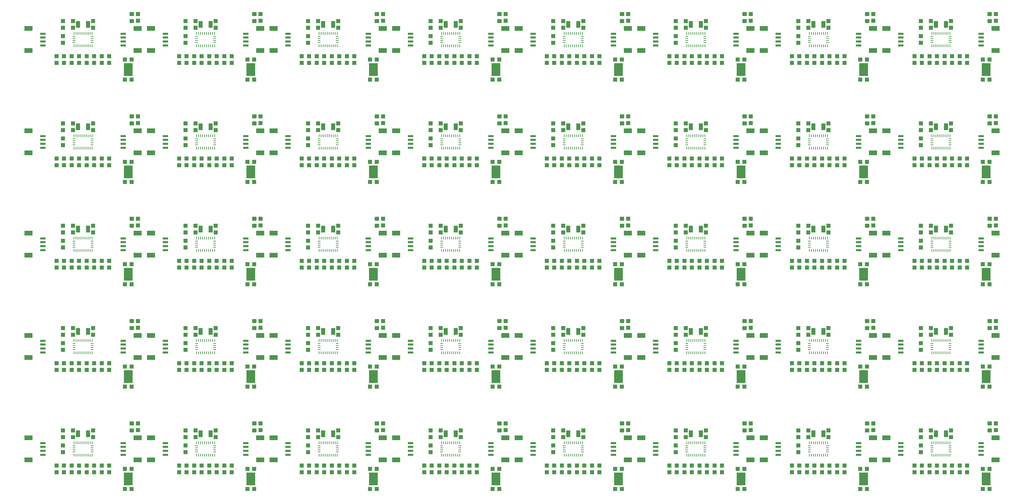
<source format=gtp>
G75*
%MOIN*%
%OFA0B0*%
%FSLAX25Y25*%
%IPPOS*%
%LPD*%
%AMOC8*
5,1,8,0,0,1.08239X$1,22.5*
%
%ADD10R,0.07874X0.04724*%
%ADD11R,0.05315X0.02362*%
%ADD12R,0.03937X0.04331*%
%ADD13R,0.00984X0.02756*%
%ADD14R,0.02756X0.00984*%
%ADD15R,0.04331X0.03937*%
%ADD16R,0.08800X0.13000*%
%ADD17R,0.03937X0.07087*%
%ADD18C,0.01181*%
D10*
X0034281Y0067726D03*
X0034281Y0089774D03*
X0143219Y0089774D03*
X0156281Y0089774D03*
X0156281Y0067726D03*
X0143219Y0067726D03*
X0265219Y0067726D03*
X0278281Y0067726D03*
X0278281Y0089774D03*
X0265219Y0089774D03*
X0387219Y0089774D03*
X0400281Y0089774D03*
X0400281Y0067726D03*
X0387219Y0067726D03*
X0509219Y0067726D03*
X0522281Y0067726D03*
X0522281Y0089774D03*
X0509219Y0089774D03*
X0631219Y0089774D03*
X0644281Y0089774D03*
X0644281Y0067726D03*
X0631219Y0067726D03*
X0753219Y0067726D03*
X0766281Y0067726D03*
X0766281Y0089774D03*
X0753219Y0089774D03*
X0875219Y0089774D03*
X0888281Y0089774D03*
X0888281Y0067726D03*
X0875219Y0067726D03*
X0997219Y0067726D03*
X0997219Y0089774D03*
X0997219Y0169726D03*
X0997219Y0191774D03*
X0888281Y0191774D03*
X0875219Y0191774D03*
X0875219Y0169726D03*
X0888281Y0169726D03*
X0766281Y0169726D03*
X0753219Y0169726D03*
X0753219Y0191774D03*
X0766281Y0191774D03*
X0644281Y0191774D03*
X0631219Y0191774D03*
X0631219Y0169726D03*
X0644281Y0169726D03*
X0522281Y0169726D03*
X0509219Y0169726D03*
X0509219Y0191774D03*
X0522281Y0191774D03*
X0400281Y0191774D03*
X0387219Y0191774D03*
X0387219Y0169726D03*
X0400281Y0169726D03*
X0278281Y0169726D03*
X0265219Y0169726D03*
X0265219Y0191774D03*
X0278281Y0191774D03*
X0156281Y0191774D03*
X0143219Y0191774D03*
X0143219Y0169726D03*
X0156281Y0169726D03*
X0034281Y0169726D03*
X0034281Y0191774D03*
X0034281Y0271726D03*
X0034281Y0293774D03*
X0143219Y0293774D03*
X0156281Y0293774D03*
X0156281Y0271726D03*
X0143219Y0271726D03*
X0265219Y0271726D03*
X0278281Y0271726D03*
X0278281Y0293774D03*
X0265219Y0293774D03*
X0387219Y0293774D03*
X0400281Y0293774D03*
X0400281Y0271726D03*
X0387219Y0271726D03*
X0509219Y0271726D03*
X0522281Y0271726D03*
X0522281Y0293774D03*
X0509219Y0293774D03*
X0631219Y0293774D03*
X0644281Y0293774D03*
X0644281Y0271726D03*
X0631219Y0271726D03*
X0753219Y0271726D03*
X0766281Y0271726D03*
X0766281Y0293774D03*
X0753219Y0293774D03*
X0875219Y0293774D03*
X0888281Y0293774D03*
X0888281Y0271726D03*
X0875219Y0271726D03*
X0997219Y0271726D03*
X0997219Y0293774D03*
X0997219Y0373726D03*
X0997219Y0395774D03*
X0888281Y0395774D03*
X0875219Y0395774D03*
X0875219Y0373726D03*
X0888281Y0373726D03*
X0766281Y0373726D03*
X0753219Y0373726D03*
X0753219Y0395774D03*
X0766281Y0395774D03*
X0644281Y0395774D03*
X0631219Y0395774D03*
X0631219Y0373726D03*
X0644281Y0373726D03*
X0522281Y0373726D03*
X0509219Y0373726D03*
X0509219Y0395774D03*
X0522281Y0395774D03*
X0400281Y0395774D03*
X0387219Y0395774D03*
X0387219Y0373726D03*
X0400281Y0373726D03*
X0278281Y0373726D03*
X0265219Y0373726D03*
X0265219Y0395774D03*
X0278281Y0395774D03*
X0156281Y0395774D03*
X0143219Y0395774D03*
X0143219Y0373726D03*
X0156281Y0373726D03*
X0034281Y0373726D03*
X0034281Y0395774D03*
X0034281Y0475726D03*
X0034281Y0497774D03*
X0143219Y0497774D03*
X0156281Y0497774D03*
X0156281Y0475726D03*
X0143219Y0475726D03*
X0265219Y0475726D03*
X0278281Y0475726D03*
X0278281Y0497774D03*
X0265219Y0497774D03*
X0387219Y0497774D03*
X0400281Y0497774D03*
X0400281Y0475726D03*
X0387219Y0475726D03*
X0509219Y0475726D03*
X0522281Y0475726D03*
X0522281Y0497774D03*
X0509219Y0497774D03*
X0631219Y0497774D03*
X0644281Y0497774D03*
X0644281Y0475726D03*
X0631219Y0475726D03*
X0753219Y0475726D03*
X0766281Y0475726D03*
X0766281Y0497774D03*
X0753219Y0497774D03*
X0875219Y0497774D03*
X0888281Y0497774D03*
X0888281Y0475726D03*
X0875219Y0475726D03*
X0997219Y0475726D03*
X0997219Y0497774D03*
D11*
X0982750Y0492656D03*
X0982750Y0488719D03*
X0982750Y0484781D03*
X0982750Y0480844D03*
X0902750Y0480844D03*
X0902750Y0484781D03*
X0902750Y0488719D03*
X0902750Y0492656D03*
X0860750Y0492656D03*
X0860750Y0488719D03*
X0860750Y0484781D03*
X0860750Y0480844D03*
X0780750Y0480844D03*
X0780750Y0484781D03*
X0780750Y0488719D03*
X0780750Y0492656D03*
X0738750Y0492656D03*
X0738750Y0488719D03*
X0738750Y0484781D03*
X0738750Y0480844D03*
X0658750Y0480844D03*
X0658750Y0484781D03*
X0658750Y0488719D03*
X0658750Y0492656D03*
X0616750Y0492656D03*
X0616750Y0488719D03*
X0616750Y0484781D03*
X0616750Y0480844D03*
X0536750Y0480844D03*
X0536750Y0484781D03*
X0536750Y0488719D03*
X0536750Y0492656D03*
X0494750Y0492656D03*
X0494750Y0488719D03*
X0494750Y0484781D03*
X0494750Y0480844D03*
X0414750Y0480844D03*
X0414750Y0484781D03*
X0414750Y0488719D03*
X0414750Y0492656D03*
X0372750Y0492656D03*
X0372750Y0488719D03*
X0372750Y0484781D03*
X0372750Y0480844D03*
X0292750Y0480844D03*
X0292750Y0484781D03*
X0292750Y0488719D03*
X0292750Y0492656D03*
X0250750Y0492656D03*
X0250750Y0488719D03*
X0250750Y0484781D03*
X0250750Y0480844D03*
X0170750Y0480844D03*
X0170750Y0484781D03*
X0170750Y0488719D03*
X0170750Y0492656D03*
X0128750Y0492656D03*
X0128750Y0488719D03*
X0128750Y0484781D03*
X0128750Y0480844D03*
X0048750Y0480844D03*
X0048750Y0484781D03*
X0048750Y0488719D03*
X0048750Y0492656D03*
X0048750Y0390656D03*
X0048750Y0386719D03*
X0048750Y0382781D03*
X0048750Y0378844D03*
X0128750Y0378844D03*
X0128750Y0382781D03*
X0128750Y0386719D03*
X0128750Y0390656D03*
X0170750Y0390656D03*
X0170750Y0386719D03*
X0170750Y0382781D03*
X0170750Y0378844D03*
X0250750Y0378844D03*
X0250750Y0382781D03*
X0250750Y0386719D03*
X0250750Y0390656D03*
X0292750Y0390656D03*
X0292750Y0386719D03*
X0292750Y0382781D03*
X0292750Y0378844D03*
X0372750Y0378844D03*
X0372750Y0382781D03*
X0372750Y0386719D03*
X0372750Y0390656D03*
X0414750Y0390656D03*
X0414750Y0386719D03*
X0414750Y0382781D03*
X0414750Y0378844D03*
X0494750Y0378844D03*
X0494750Y0382781D03*
X0494750Y0386719D03*
X0494750Y0390656D03*
X0536750Y0390656D03*
X0536750Y0386719D03*
X0536750Y0382781D03*
X0536750Y0378844D03*
X0616750Y0378844D03*
X0616750Y0382781D03*
X0616750Y0386719D03*
X0616750Y0390656D03*
X0658750Y0390656D03*
X0658750Y0386719D03*
X0658750Y0382781D03*
X0658750Y0378844D03*
X0738750Y0378844D03*
X0738750Y0382781D03*
X0738750Y0386719D03*
X0738750Y0390656D03*
X0780750Y0390656D03*
X0780750Y0386719D03*
X0780750Y0382781D03*
X0780750Y0378844D03*
X0860750Y0378844D03*
X0860750Y0382781D03*
X0860750Y0386719D03*
X0860750Y0390656D03*
X0902750Y0390656D03*
X0902750Y0386719D03*
X0902750Y0382781D03*
X0902750Y0378844D03*
X0982750Y0378844D03*
X0982750Y0382781D03*
X0982750Y0386719D03*
X0982750Y0390656D03*
X0982750Y0288656D03*
X0982750Y0284719D03*
X0982750Y0280781D03*
X0982750Y0276844D03*
X0902750Y0276844D03*
X0902750Y0280781D03*
X0902750Y0284719D03*
X0902750Y0288656D03*
X0860750Y0288656D03*
X0860750Y0284719D03*
X0860750Y0280781D03*
X0860750Y0276844D03*
X0780750Y0276844D03*
X0780750Y0280781D03*
X0780750Y0284719D03*
X0780750Y0288656D03*
X0738750Y0288656D03*
X0738750Y0284719D03*
X0738750Y0280781D03*
X0738750Y0276844D03*
X0658750Y0276844D03*
X0658750Y0280781D03*
X0658750Y0284719D03*
X0658750Y0288656D03*
X0616750Y0288656D03*
X0616750Y0284719D03*
X0616750Y0280781D03*
X0616750Y0276844D03*
X0536750Y0276844D03*
X0536750Y0280781D03*
X0536750Y0284719D03*
X0536750Y0288656D03*
X0494750Y0288656D03*
X0494750Y0284719D03*
X0494750Y0280781D03*
X0494750Y0276844D03*
X0414750Y0276844D03*
X0414750Y0280781D03*
X0414750Y0284719D03*
X0414750Y0288656D03*
X0372750Y0288656D03*
X0372750Y0284719D03*
X0372750Y0280781D03*
X0372750Y0276844D03*
X0292750Y0276844D03*
X0292750Y0280781D03*
X0292750Y0284719D03*
X0292750Y0288656D03*
X0250750Y0288656D03*
X0250750Y0284719D03*
X0250750Y0280781D03*
X0250750Y0276844D03*
X0170750Y0276844D03*
X0170750Y0280781D03*
X0170750Y0284719D03*
X0170750Y0288656D03*
X0128750Y0288656D03*
X0128750Y0284719D03*
X0128750Y0280781D03*
X0128750Y0276844D03*
X0048750Y0276844D03*
X0048750Y0280781D03*
X0048750Y0284719D03*
X0048750Y0288656D03*
X0048750Y0186656D03*
X0048750Y0182719D03*
X0048750Y0178781D03*
X0048750Y0174844D03*
X0128750Y0174844D03*
X0128750Y0178781D03*
X0128750Y0182719D03*
X0128750Y0186656D03*
X0170750Y0186656D03*
X0170750Y0182719D03*
X0170750Y0178781D03*
X0170750Y0174844D03*
X0250750Y0174844D03*
X0250750Y0178781D03*
X0250750Y0182719D03*
X0250750Y0186656D03*
X0292750Y0186656D03*
X0292750Y0182719D03*
X0292750Y0178781D03*
X0292750Y0174844D03*
X0372750Y0174844D03*
X0372750Y0178781D03*
X0372750Y0182719D03*
X0372750Y0186656D03*
X0414750Y0186656D03*
X0414750Y0182719D03*
X0414750Y0178781D03*
X0414750Y0174844D03*
X0494750Y0174844D03*
X0494750Y0178781D03*
X0494750Y0182719D03*
X0494750Y0186656D03*
X0536750Y0186656D03*
X0536750Y0182719D03*
X0536750Y0178781D03*
X0536750Y0174844D03*
X0616750Y0174844D03*
X0616750Y0178781D03*
X0616750Y0182719D03*
X0616750Y0186656D03*
X0658750Y0186656D03*
X0658750Y0182719D03*
X0658750Y0178781D03*
X0658750Y0174844D03*
X0738750Y0174844D03*
X0738750Y0178781D03*
X0738750Y0182719D03*
X0738750Y0186656D03*
X0780750Y0186656D03*
X0780750Y0182719D03*
X0780750Y0178781D03*
X0780750Y0174844D03*
X0860750Y0174844D03*
X0860750Y0178781D03*
X0860750Y0182719D03*
X0860750Y0186656D03*
X0902750Y0186656D03*
X0902750Y0182719D03*
X0902750Y0178781D03*
X0902750Y0174844D03*
X0982750Y0174844D03*
X0982750Y0178781D03*
X0982750Y0182719D03*
X0982750Y0186656D03*
X0982750Y0084656D03*
X0982750Y0080719D03*
X0982750Y0076781D03*
X0982750Y0072844D03*
X0902750Y0072844D03*
X0902750Y0076781D03*
X0902750Y0080719D03*
X0902750Y0084656D03*
X0860750Y0084656D03*
X0860750Y0080719D03*
X0860750Y0076781D03*
X0860750Y0072844D03*
X0780750Y0072844D03*
X0780750Y0076781D03*
X0780750Y0080719D03*
X0780750Y0084656D03*
X0738750Y0084656D03*
X0738750Y0080719D03*
X0738750Y0076781D03*
X0738750Y0072844D03*
X0658750Y0072844D03*
X0658750Y0076781D03*
X0658750Y0080719D03*
X0658750Y0084656D03*
X0616750Y0084656D03*
X0616750Y0080719D03*
X0616750Y0076781D03*
X0616750Y0072844D03*
X0536750Y0072844D03*
X0536750Y0076781D03*
X0536750Y0080719D03*
X0536750Y0084656D03*
X0494750Y0084656D03*
X0494750Y0080719D03*
X0494750Y0076781D03*
X0494750Y0072844D03*
X0414750Y0072844D03*
X0414750Y0076781D03*
X0414750Y0080719D03*
X0414750Y0084656D03*
X0372750Y0084656D03*
X0372750Y0080719D03*
X0372750Y0076781D03*
X0372750Y0072844D03*
X0292750Y0072844D03*
X0292750Y0076781D03*
X0292750Y0080719D03*
X0292750Y0084656D03*
X0250750Y0084656D03*
X0250750Y0080719D03*
X0250750Y0076781D03*
X0250750Y0072844D03*
X0170750Y0072844D03*
X0170750Y0076781D03*
X0170750Y0080719D03*
X0170750Y0084656D03*
X0128750Y0084656D03*
X0128750Y0080719D03*
X0128750Y0076781D03*
X0128750Y0072844D03*
X0048750Y0072844D03*
X0048750Y0076781D03*
X0048750Y0080719D03*
X0048750Y0084656D03*
D12*
X0062250Y0055404D03*
X0062250Y0062096D03*
X0069750Y0062096D03*
X0069750Y0055404D03*
X0077250Y0055404D03*
X0077250Y0062096D03*
X0084750Y0062096D03*
X0084750Y0055404D03*
X0092250Y0055404D03*
X0092250Y0062096D03*
X0099750Y0062096D03*
X0099750Y0055404D03*
X0107250Y0055404D03*
X0107250Y0062096D03*
X0114750Y0062096D03*
X0114750Y0055404D03*
X0068750Y0075404D03*
X0068750Y0082096D03*
X0068750Y0090404D03*
X0078750Y0090404D03*
X0098750Y0090404D03*
X0098750Y0097096D03*
X0078750Y0097096D03*
X0068750Y0097096D03*
X0143250Y0097404D03*
X0143250Y0104096D03*
X0190750Y0097096D03*
X0200750Y0097096D03*
X0220750Y0097096D03*
X0220750Y0090404D03*
X0200750Y0090404D03*
X0190750Y0090404D03*
X0190750Y0082096D03*
X0190750Y0075404D03*
X0191750Y0062096D03*
X0191750Y0055404D03*
X0199250Y0055404D03*
X0199250Y0062096D03*
X0206750Y0062096D03*
X0206750Y0055404D03*
X0214250Y0055404D03*
X0214250Y0062096D03*
X0221750Y0062096D03*
X0221750Y0055404D03*
X0229250Y0055404D03*
X0229250Y0062096D03*
X0236750Y0062096D03*
X0236750Y0055404D03*
X0184250Y0055404D03*
X0184250Y0062096D03*
X0265250Y0097404D03*
X0265250Y0104096D03*
X0312750Y0097096D03*
X0322750Y0097096D03*
X0342750Y0097096D03*
X0342750Y0090404D03*
X0322750Y0090404D03*
X0312750Y0090404D03*
X0312750Y0082096D03*
X0312750Y0075404D03*
X0313750Y0062096D03*
X0313750Y0055404D03*
X0321250Y0055404D03*
X0321250Y0062096D03*
X0328750Y0062096D03*
X0328750Y0055404D03*
X0336250Y0055404D03*
X0336250Y0062096D03*
X0343750Y0062096D03*
X0343750Y0055404D03*
X0351250Y0055404D03*
X0351250Y0062096D03*
X0358750Y0062096D03*
X0358750Y0055404D03*
X0306250Y0055404D03*
X0306250Y0062096D03*
X0387250Y0097404D03*
X0387250Y0104096D03*
X0434750Y0097096D03*
X0444750Y0097096D03*
X0464750Y0097096D03*
X0464750Y0090404D03*
X0444750Y0090404D03*
X0434750Y0090404D03*
X0434750Y0082096D03*
X0434750Y0075404D03*
X0435750Y0062096D03*
X0435750Y0055404D03*
X0443250Y0055404D03*
X0443250Y0062096D03*
X0450750Y0062096D03*
X0450750Y0055404D03*
X0458250Y0055404D03*
X0458250Y0062096D03*
X0465750Y0062096D03*
X0465750Y0055404D03*
X0473250Y0055404D03*
X0473250Y0062096D03*
X0480750Y0062096D03*
X0480750Y0055404D03*
X0428250Y0055404D03*
X0428250Y0062096D03*
X0509250Y0097404D03*
X0509250Y0104096D03*
X0556750Y0097096D03*
X0566750Y0097096D03*
X0586750Y0097096D03*
X0586750Y0090404D03*
X0566750Y0090404D03*
X0556750Y0090404D03*
X0556750Y0082096D03*
X0556750Y0075404D03*
X0557750Y0062096D03*
X0557750Y0055404D03*
X0565250Y0055404D03*
X0565250Y0062096D03*
X0572750Y0062096D03*
X0572750Y0055404D03*
X0580250Y0055404D03*
X0580250Y0062096D03*
X0587750Y0062096D03*
X0587750Y0055404D03*
X0595250Y0055404D03*
X0595250Y0062096D03*
X0602750Y0062096D03*
X0602750Y0055404D03*
X0550250Y0055404D03*
X0550250Y0062096D03*
X0631250Y0097404D03*
X0631250Y0104096D03*
X0678750Y0097096D03*
X0688750Y0097096D03*
X0708750Y0097096D03*
X0708750Y0090404D03*
X0688750Y0090404D03*
X0678750Y0090404D03*
X0678750Y0082096D03*
X0678750Y0075404D03*
X0679750Y0062096D03*
X0679750Y0055404D03*
X0687250Y0055404D03*
X0687250Y0062096D03*
X0694750Y0062096D03*
X0694750Y0055404D03*
X0702250Y0055404D03*
X0702250Y0062096D03*
X0709750Y0062096D03*
X0709750Y0055404D03*
X0717250Y0055404D03*
X0717250Y0062096D03*
X0724750Y0062096D03*
X0724750Y0055404D03*
X0672250Y0055404D03*
X0672250Y0062096D03*
X0753250Y0097404D03*
X0753250Y0104096D03*
X0800750Y0097096D03*
X0810750Y0097096D03*
X0830750Y0097096D03*
X0830750Y0090404D03*
X0810750Y0090404D03*
X0800750Y0090404D03*
X0800750Y0082096D03*
X0800750Y0075404D03*
X0801750Y0062096D03*
X0801750Y0055404D03*
X0809250Y0055404D03*
X0809250Y0062096D03*
X0816750Y0062096D03*
X0816750Y0055404D03*
X0824250Y0055404D03*
X0824250Y0062096D03*
X0831750Y0062096D03*
X0831750Y0055404D03*
X0839250Y0055404D03*
X0839250Y0062096D03*
X0846750Y0062096D03*
X0846750Y0055404D03*
X0794250Y0055404D03*
X0794250Y0062096D03*
X0875250Y0097404D03*
X0875250Y0104096D03*
X0922750Y0097096D03*
X0932750Y0097096D03*
X0952750Y0097096D03*
X0952750Y0090404D03*
X0932750Y0090404D03*
X0922750Y0090404D03*
X0922750Y0082096D03*
X0922750Y0075404D03*
X0923750Y0062096D03*
X0923750Y0055404D03*
X0931250Y0055404D03*
X0931250Y0062096D03*
X0938750Y0062096D03*
X0938750Y0055404D03*
X0946250Y0055404D03*
X0946250Y0062096D03*
X0953750Y0062096D03*
X0953750Y0055404D03*
X0961250Y0055404D03*
X0961250Y0062096D03*
X0968750Y0062096D03*
X0968750Y0055404D03*
X0916250Y0055404D03*
X0916250Y0062096D03*
X0997250Y0097404D03*
X0997250Y0104096D03*
X0968750Y0157404D03*
X0968750Y0164096D03*
X0961250Y0164096D03*
X0961250Y0157404D03*
X0953750Y0157404D03*
X0953750Y0164096D03*
X0946250Y0164096D03*
X0946250Y0157404D03*
X0938750Y0157404D03*
X0938750Y0164096D03*
X0931250Y0164096D03*
X0931250Y0157404D03*
X0923750Y0157404D03*
X0923750Y0164096D03*
X0916250Y0164096D03*
X0916250Y0157404D03*
X0922750Y0177404D03*
X0922750Y0184096D03*
X0922750Y0192404D03*
X0922750Y0199096D03*
X0932750Y0199096D03*
X0932750Y0192404D03*
X0952750Y0192404D03*
X0952750Y0199096D03*
X0997250Y0199404D03*
X0997250Y0206096D03*
X0968750Y0259404D03*
X0961250Y0259404D03*
X0953750Y0259404D03*
X0946250Y0259404D03*
X0938750Y0259404D03*
X0931250Y0259404D03*
X0923750Y0259404D03*
X0916250Y0259404D03*
X0916250Y0266096D03*
X0923750Y0266096D03*
X0931250Y0266096D03*
X0938750Y0266096D03*
X0946250Y0266096D03*
X0953750Y0266096D03*
X0961250Y0266096D03*
X0968750Y0266096D03*
X0952750Y0294404D03*
X0952750Y0301096D03*
X0932750Y0301096D03*
X0932750Y0294404D03*
X0922750Y0294404D03*
X0922750Y0301096D03*
X0922750Y0286096D03*
X0922750Y0279404D03*
X0875250Y0301404D03*
X0875250Y0308096D03*
X0830750Y0301096D03*
X0830750Y0294404D03*
X0810750Y0294404D03*
X0810750Y0301096D03*
X0800750Y0301096D03*
X0800750Y0294404D03*
X0800750Y0286096D03*
X0800750Y0279404D03*
X0801750Y0266096D03*
X0809250Y0266096D03*
X0816750Y0266096D03*
X0824250Y0266096D03*
X0831750Y0266096D03*
X0839250Y0266096D03*
X0846750Y0266096D03*
X0846750Y0259404D03*
X0839250Y0259404D03*
X0831750Y0259404D03*
X0824250Y0259404D03*
X0816750Y0259404D03*
X0809250Y0259404D03*
X0801750Y0259404D03*
X0794250Y0259404D03*
X0794250Y0266096D03*
X0753250Y0301404D03*
X0753250Y0308096D03*
X0708750Y0301096D03*
X0708750Y0294404D03*
X0688750Y0294404D03*
X0688750Y0301096D03*
X0678750Y0301096D03*
X0678750Y0294404D03*
X0678750Y0286096D03*
X0678750Y0279404D03*
X0679750Y0266096D03*
X0687250Y0266096D03*
X0694750Y0266096D03*
X0702250Y0266096D03*
X0709750Y0266096D03*
X0717250Y0266096D03*
X0724750Y0266096D03*
X0724750Y0259404D03*
X0717250Y0259404D03*
X0709750Y0259404D03*
X0702250Y0259404D03*
X0694750Y0259404D03*
X0687250Y0259404D03*
X0679750Y0259404D03*
X0672250Y0259404D03*
X0672250Y0266096D03*
X0631250Y0301404D03*
X0631250Y0308096D03*
X0586750Y0301096D03*
X0586750Y0294404D03*
X0566750Y0294404D03*
X0566750Y0301096D03*
X0556750Y0301096D03*
X0556750Y0294404D03*
X0556750Y0286096D03*
X0556750Y0279404D03*
X0557750Y0266096D03*
X0565250Y0266096D03*
X0572750Y0266096D03*
X0580250Y0266096D03*
X0587750Y0266096D03*
X0595250Y0266096D03*
X0602750Y0266096D03*
X0602750Y0259404D03*
X0595250Y0259404D03*
X0587750Y0259404D03*
X0580250Y0259404D03*
X0572750Y0259404D03*
X0565250Y0259404D03*
X0557750Y0259404D03*
X0550250Y0259404D03*
X0550250Y0266096D03*
X0509250Y0301404D03*
X0509250Y0308096D03*
X0464750Y0301096D03*
X0464750Y0294404D03*
X0444750Y0294404D03*
X0444750Y0301096D03*
X0434750Y0301096D03*
X0434750Y0294404D03*
X0434750Y0286096D03*
X0434750Y0279404D03*
X0435750Y0266096D03*
X0443250Y0266096D03*
X0450750Y0266096D03*
X0458250Y0266096D03*
X0465750Y0266096D03*
X0473250Y0266096D03*
X0480750Y0266096D03*
X0480750Y0259404D03*
X0473250Y0259404D03*
X0465750Y0259404D03*
X0458250Y0259404D03*
X0450750Y0259404D03*
X0443250Y0259404D03*
X0435750Y0259404D03*
X0428250Y0259404D03*
X0428250Y0266096D03*
X0387250Y0301404D03*
X0387250Y0308096D03*
X0342750Y0301096D03*
X0342750Y0294404D03*
X0322750Y0294404D03*
X0322750Y0301096D03*
X0312750Y0301096D03*
X0312750Y0294404D03*
X0312750Y0286096D03*
X0312750Y0279404D03*
X0313750Y0266096D03*
X0321250Y0266096D03*
X0328750Y0266096D03*
X0336250Y0266096D03*
X0343750Y0266096D03*
X0351250Y0266096D03*
X0358750Y0266096D03*
X0358750Y0259404D03*
X0351250Y0259404D03*
X0343750Y0259404D03*
X0336250Y0259404D03*
X0328750Y0259404D03*
X0321250Y0259404D03*
X0313750Y0259404D03*
X0306250Y0259404D03*
X0306250Y0266096D03*
X0265250Y0301404D03*
X0265250Y0308096D03*
X0220750Y0301096D03*
X0220750Y0294404D03*
X0200750Y0294404D03*
X0200750Y0301096D03*
X0190750Y0301096D03*
X0190750Y0294404D03*
X0190750Y0286096D03*
X0190750Y0279404D03*
X0191750Y0266096D03*
X0199250Y0266096D03*
X0206750Y0266096D03*
X0214250Y0266096D03*
X0221750Y0266096D03*
X0229250Y0266096D03*
X0236750Y0266096D03*
X0236750Y0259404D03*
X0229250Y0259404D03*
X0221750Y0259404D03*
X0214250Y0259404D03*
X0206750Y0259404D03*
X0199250Y0259404D03*
X0191750Y0259404D03*
X0184250Y0259404D03*
X0184250Y0266096D03*
X0143250Y0301404D03*
X0143250Y0308096D03*
X0098750Y0301096D03*
X0098750Y0294404D03*
X0078750Y0294404D03*
X0078750Y0301096D03*
X0068750Y0301096D03*
X0068750Y0294404D03*
X0068750Y0286096D03*
X0068750Y0279404D03*
X0069750Y0266096D03*
X0077250Y0266096D03*
X0084750Y0266096D03*
X0092250Y0266096D03*
X0099750Y0266096D03*
X0107250Y0266096D03*
X0114750Y0266096D03*
X0114750Y0259404D03*
X0107250Y0259404D03*
X0099750Y0259404D03*
X0092250Y0259404D03*
X0084750Y0259404D03*
X0077250Y0259404D03*
X0069750Y0259404D03*
X0062250Y0259404D03*
X0062250Y0266096D03*
X0143250Y0206096D03*
X0143250Y0199404D03*
X0098750Y0199096D03*
X0098750Y0192404D03*
X0078750Y0192404D03*
X0078750Y0199096D03*
X0068750Y0199096D03*
X0068750Y0192404D03*
X0068750Y0184096D03*
X0068750Y0177404D03*
X0069750Y0164096D03*
X0069750Y0157404D03*
X0077250Y0157404D03*
X0077250Y0164096D03*
X0084750Y0164096D03*
X0084750Y0157404D03*
X0092250Y0157404D03*
X0092250Y0164096D03*
X0099750Y0164096D03*
X0099750Y0157404D03*
X0107250Y0157404D03*
X0107250Y0164096D03*
X0114750Y0164096D03*
X0114750Y0157404D03*
X0062250Y0157404D03*
X0062250Y0164096D03*
X0184250Y0164096D03*
X0184250Y0157404D03*
X0191750Y0157404D03*
X0191750Y0164096D03*
X0199250Y0164096D03*
X0199250Y0157404D03*
X0206750Y0157404D03*
X0206750Y0164096D03*
X0214250Y0164096D03*
X0214250Y0157404D03*
X0221750Y0157404D03*
X0221750Y0164096D03*
X0229250Y0164096D03*
X0229250Y0157404D03*
X0236750Y0157404D03*
X0236750Y0164096D03*
X0220750Y0192404D03*
X0220750Y0199096D03*
X0200750Y0199096D03*
X0200750Y0192404D03*
X0190750Y0192404D03*
X0190750Y0199096D03*
X0190750Y0184096D03*
X0190750Y0177404D03*
X0265250Y0199404D03*
X0265250Y0206096D03*
X0312750Y0199096D03*
X0312750Y0192404D03*
X0312750Y0184096D03*
X0312750Y0177404D03*
X0313750Y0164096D03*
X0313750Y0157404D03*
X0321250Y0157404D03*
X0321250Y0164096D03*
X0328750Y0164096D03*
X0328750Y0157404D03*
X0336250Y0157404D03*
X0336250Y0164096D03*
X0343750Y0164096D03*
X0343750Y0157404D03*
X0351250Y0157404D03*
X0351250Y0164096D03*
X0358750Y0164096D03*
X0358750Y0157404D03*
X0342750Y0192404D03*
X0342750Y0199096D03*
X0322750Y0199096D03*
X0322750Y0192404D03*
X0306250Y0164096D03*
X0306250Y0157404D03*
X0387250Y0199404D03*
X0387250Y0206096D03*
X0434750Y0199096D03*
X0434750Y0192404D03*
X0434750Y0184096D03*
X0434750Y0177404D03*
X0435750Y0164096D03*
X0435750Y0157404D03*
X0443250Y0157404D03*
X0443250Y0164096D03*
X0450750Y0164096D03*
X0450750Y0157404D03*
X0458250Y0157404D03*
X0458250Y0164096D03*
X0465750Y0164096D03*
X0465750Y0157404D03*
X0473250Y0157404D03*
X0473250Y0164096D03*
X0480750Y0164096D03*
X0480750Y0157404D03*
X0464750Y0192404D03*
X0464750Y0199096D03*
X0444750Y0199096D03*
X0444750Y0192404D03*
X0428250Y0164096D03*
X0428250Y0157404D03*
X0509250Y0199404D03*
X0509250Y0206096D03*
X0556750Y0199096D03*
X0556750Y0192404D03*
X0556750Y0184096D03*
X0556750Y0177404D03*
X0557750Y0164096D03*
X0557750Y0157404D03*
X0565250Y0157404D03*
X0565250Y0164096D03*
X0572750Y0164096D03*
X0572750Y0157404D03*
X0580250Y0157404D03*
X0580250Y0164096D03*
X0587750Y0164096D03*
X0587750Y0157404D03*
X0595250Y0157404D03*
X0595250Y0164096D03*
X0602750Y0164096D03*
X0602750Y0157404D03*
X0586750Y0192404D03*
X0586750Y0199096D03*
X0566750Y0199096D03*
X0566750Y0192404D03*
X0550250Y0164096D03*
X0550250Y0157404D03*
X0631250Y0199404D03*
X0631250Y0206096D03*
X0678750Y0199096D03*
X0678750Y0192404D03*
X0678750Y0184096D03*
X0678750Y0177404D03*
X0679750Y0164096D03*
X0679750Y0157404D03*
X0687250Y0157404D03*
X0687250Y0164096D03*
X0694750Y0164096D03*
X0694750Y0157404D03*
X0702250Y0157404D03*
X0702250Y0164096D03*
X0709750Y0164096D03*
X0709750Y0157404D03*
X0717250Y0157404D03*
X0717250Y0164096D03*
X0724750Y0164096D03*
X0724750Y0157404D03*
X0708750Y0192404D03*
X0708750Y0199096D03*
X0688750Y0199096D03*
X0688750Y0192404D03*
X0672250Y0164096D03*
X0672250Y0157404D03*
X0753250Y0199404D03*
X0753250Y0206096D03*
X0800750Y0199096D03*
X0800750Y0192404D03*
X0800750Y0184096D03*
X0800750Y0177404D03*
X0801750Y0164096D03*
X0801750Y0157404D03*
X0809250Y0157404D03*
X0809250Y0164096D03*
X0816750Y0164096D03*
X0816750Y0157404D03*
X0824250Y0157404D03*
X0824250Y0164096D03*
X0831750Y0164096D03*
X0831750Y0157404D03*
X0839250Y0157404D03*
X0839250Y0164096D03*
X0846750Y0164096D03*
X0846750Y0157404D03*
X0830750Y0192404D03*
X0830750Y0199096D03*
X0810750Y0199096D03*
X0810750Y0192404D03*
X0794250Y0164096D03*
X0794250Y0157404D03*
X0875250Y0199404D03*
X0875250Y0206096D03*
X0997250Y0301404D03*
X0997250Y0308096D03*
X0968750Y0361404D03*
X0968750Y0368096D03*
X0961250Y0368096D03*
X0961250Y0361404D03*
X0953750Y0361404D03*
X0953750Y0368096D03*
X0946250Y0368096D03*
X0946250Y0361404D03*
X0938750Y0361404D03*
X0938750Y0368096D03*
X0931250Y0368096D03*
X0931250Y0361404D03*
X0923750Y0361404D03*
X0923750Y0368096D03*
X0916250Y0368096D03*
X0916250Y0361404D03*
X0922750Y0381404D03*
X0922750Y0388096D03*
X0922750Y0396404D03*
X0922750Y0403096D03*
X0932750Y0403096D03*
X0932750Y0396404D03*
X0952750Y0396404D03*
X0952750Y0403096D03*
X0997250Y0403404D03*
X0997250Y0410096D03*
X0968750Y0463404D03*
X0968750Y0470096D03*
X0961250Y0470096D03*
X0961250Y0463404D03*
X0953750Y0463404D03*
X0953750Y0470096D03*
X0946250Y0470096D03*
X0946250Y0463404D03*
X0938750Y0463404D03*
X0938750Y0470096D03*
X0931250Y0470096D03*
X0931250Y0463404D03*
X0923750Y0463404D03*
X0923750Y0470096D03*
X0916250Y0470096D03*
X0916250Y0463404D03*
X0922750Y0483404D03*
X0922750Y0490096D03*
X0922750Y0498404D03*
X0922750Y0505096D03*
X0932750Y0505096D03*
X0932750Y0498404D03*
X0952750Y0498404D03*
X0952750Y0505096D03*
X0997250Y0505404D03*
X0997250Y0512096D03*
X0875250Y0512096D03*
X0875250Y0505404D03*
X0830750Y0505096D03*
X0830750Y0498404D03*
X0810750Y0498404D03*
X0810750Y0505096D03*
X0800750Y0505096D03*
X0800750Y0498404D03*
X0800750Y0490096D03*
X0800750Y0483404D03*
X0801750Y0470096D03*
X0801750Y0463404D03*
X0809250Y0463404D03*
X0809250Y0470096D03*
X0816750Y0470096D03*
X0816750Y0463404D03*
X0824250Y0463404D03*
X0824250Y0470096D03*
X0831750Y0470096D03*
X0831750Y0463404D03*
X0839250Y0463404D03*
X0839250Y0470096D03*
X0846750Y0470096D03*
X0846750Y0463404D03*
X0794250Y0463404D03*
X0794250Y0470096D03*
X0753250Y0505404D03*
X0753250Y0512096D03*
X0708750Y0505096D03*
X0708750Y0498404D03*
X0688750Y0498404D03*
X0688750Y0505096D03*
X0678750Y0505096D03*
X0678750Y0498404D03*
X0678750Y0490096D03*
X0678750Y0483404D03*
X0679750Y0470096D03*
X0679750Y0463404D03*
X0687250Y0463404D03*
X0687250Y0470096D03*
X0694750Y0470096D03*
X0694750Y0463404D03*
X0702250Y0463404D03*
X0702250Y0470096D03*
X0709750Y0470096D03*
X0709750Y0463404D03*
X0717250Y0463404D03*
X0717250Y0470096D03*
X0724750Y0470096D03*
X0724750Y0463404D03*
X0672250Y0463404D03*
X0672250Y0470096D03*
X0631250Y0505404D03*
X0631250Y0512096D03*
X0586750Y0505096D03*
X0586750Y0498404D03*
X0566750Y0498404D03*
X0566750Y0505096D03*
X0556750Y0505096D03*
X0556750Y0498404D03*
X0556750Y0490096D03*
X0556750Y0483404D03*
X0557750Y0470096D03*
X0557750Y0463404D03*
X0565250Y0463404D03*
X0565250Y0470096D03*
X0572750Y0470096D03*
X0572750Y0463404D03*
X0580250Y0463404D03*
X0580250Y0470096D03*
X0587750Y0470096D03*
X0587750Y0463404D03*
X0595250Y0463404D03*
X0595250Y0470096D03*
X0602750Y0470096D03*
X0602750Y0463404D03*
X0550250Y0463404D03*
X0550250Y0470096D03*
X0509250Y0505404D03*
X0509250Y0512096D03*
X0464750Y0505096D03*
X0464750Y0498404D03*
X0444750Y0498404D03*
X0444750Y0505096D03*
X0434750Y0505096D03*
X0434750Y0498404D03*
X0434750Y0490096D03*
X0434750Y0483404D03*
X0435750Y0470096D03*
X0435750Y0463404D03*
X0443250Y0463404D03*
X0443250Y0470096D03*
X0450750Y0470096D03*
X0450750Y0463404D03*
X0458250Y0463404D03*
X0458250Y0470096D03*
X0465750Y0470096D03*
X0465750Y0463404D03*
X0473250Y0463404D03*
X0473250Y0470096D03*
X0480750Y0470096D03*
X0480750Y0463404D03*
X0428250Y0463404D03*
X0428250Y0470096D03*
X0387250Y0505404D03*
X0387250Y0512096D03*
X0342750Y0505096D03*
X0342750Y0498404D03*
X0322750Y0498404D03*
X0322750Y0505096D03*
X0312750Y0505096D03*
X0312750Y0498404D03*
X0312750Y0490096D03*
X0312750Y0483404D03*
X0313750Y0470096D03*
X0313750Y0463404D03*
X0321250Y0463404D03*
X0321250Y0470096D03*
X0328750Y0470096D03*
X0328750Y0463404D03*
X0336250Y0463404D03*
X0336250Y0470096D03*
X0343750Y0470096D03*
X0343750Y0463404D03*
X0351250Y0463404D03*
X0351250Y0470096D03*
X0358750Y0470096D03*
X0358750Y0463404D03*
X0306250Y0463404D03*
X0306250Y0470096D03*
X0265250Y0505404D03*
X0265250Y0512096D03*
X0220750Y0505096D03*
X0220750Y0498404D03*
X0200750Y0498404D03*
X0200750Y0505096D03*
X0190750Y0505096D03*
X0190750Y0498404D03*
X0190750Y0490096D03*
X0190750Y0483404D03*
X0191750Y0470096D03*
X0191750Y0463404D03*
X0199250Y0463404D03*
X0199250Y0470096D03*
X0206750Y0470096D03*
X0206750Y0463404D03*
X0214250Y0463404D03*
X0214250Y0470096D03*
X0221750Y0470096D03*
X0221750Y0463404D03*
X0229250Y0463404D03*
X0229250Y0470096D03*
X0236750Y0470096D03*
X0236750Y0463404D03*
X0184250Y0463404D03*
X0184250Y0470096D03*
X0143250Y0505404D03*
X0143250Y0512096D03*
X0098750Y0505096D03*
X0098750Y0498404D03*
X0078750Y0498404D03*
X0078750Y0505096D03*
X0068750Y0505096D03*
X0068750Y0498404D03*
X0068750Y0490096D03*
X0068750Y0483404D03*
X0069750Y0470096D03*
X0069750Y0463404D03*
X0077250Y0463404D03*
X0077250Y0470096D03*
X0084750Y0470096D03*
X0084750Y0463404D03*
X0092250Y0463404D03*
X0092250Y0470096D03*
X0099750Y0470096D03*
X0099750Y0463404D03*
X0107250Y0463404D03*
X0107250Y0470096D03*
X0114750Y0470096D03*
X0114750Y0463404D03*
X0062250Y0463404D03*
X0062250Y0470096D03*
X0143250Y0410096D03*
X0143250Y0403404D03*
X0098750Y0403096D03*
X0098750Y0396404D03*
X0078750Y0396404D03*
X0078750Y0403096D03*
X0068750Y0403096D03*
X0068750Y0396404D03*
X0068750Y0388096D03*
X0068750Y0381404D03*
X0069750Y0368096D03*
X0069750Y0361404D03*
X0077250Y0361404D03*
X0077250Y0368096D03*
X0084750Y0368096D03*
X0084750Y0361404D03*
X0092250Y0361404D03*
X0092250Y0368096D03*
X0099750Y0368096D03*
X0099750Y0361404D03*
X0107250Y0361404D03*
X0107250Y0368096D03*
X0114750Y0368096D03*
X0114750Y0361404D03*
X0062250Y0361404D03*
X0062250Y0368096D03*
X0184250Y0368096D03*
X0184250Y0361404D03*
X0191750Y0361404D03*
X0191750Y0368096D03*
X0199250Y0368096D03*
X0199250Y0361404D03*
X0206750Y0361404D03*
X0206750Y0368096D03*
X0214250Y0368096D03*
X0214250Y0361404D03*
X0221750Y0361404D03*
X0221750Y0368096D03*
X0229250Y0368096D03*
X0229250Y0361404D03*
X0236750Y0361404D03*
X0236750Y0368096D03*
X0190750Y0381404D03*
X0190750Y0388096D03*
X0190750Y0396404D03*
X0190750Y0403096D03*
X0200750Y0403096D03*
X0200750Y0396404D03*
X0220750Y0396404D03*
X0220750Y0403096D03*
X0265250Y0403404D03*
X0265250Y0410096D03*
X0312750Y0403096D03*
X0312750Y0396404D03*
X0312750Y0388096D03*
X0312750Y0381404D03*
X0322750Y0396404D03*
X0322750Y0403096D03*
X0342750Y0403096D03*
X0342750Y0396404D03*
X0387250Y0403404D03*
X0387250Y0410096D03*
X0434750Y0403096D03*
X0434750Y0396404D03*
X0434750Y0388096D03*
X0434750Y0381404D03*
X0444750Y0396404D03*
X0444750Y0403096D03*
X0464750Y0403096D03*
X0464750Y0396404D03*
X0509250Y0403404D03*
X0509250Y0410096D03*
X0556750Y0403096D03*
X0556750Y0396404D03*
X0556750Y0388096D03*
X0556750Y0381404D03*
X0566750Y0396404D03*
X0566750Y0403096D03*
X0586750Y0403096D03*
X0586750Y0396404D03*
X0631250Y0403404D03*
X0631250Y0410096D03*
X0678750Y0403096D03*
X0678750Y0396404D03*
X0678750Y0388096D03*
X0678750Y0381404D03*
X0688750Y0396404D03*
X0688750Y0403096D03*
X0708750Y0403096D03*
X0708750Y0396404D03*
X0753250Y0403404D03*
X0753250Y0410096D03*
X0800750Y0403096D03*
X0800750Y0396404D03*
X0800750Y0388096D03*
X0800750Y0381404D03*
X0810750Y0396404D03*
X0810750Y0403096D03*
X0830750Y0403096D03*
X0830750Y0396404D03*
X0875250Y0403404D03*
X0875250Y0410096D03*
X0846750Y0368096D03*
X0846750Y0361404D03*
X0839250Y0361404D03*
X0839250Y0368096D03*
X0831750Y0368096D03*
X0831750Y0361404D03*
X0824250Y0361404D03*
X0824250Y0368096D03*
X0816750Y0368096D03*
X0816750Y0361404D03*
X0809250Y0361404D03*
X0809250Y0368096D03*
X0801750Y0368096D03*
X0801750Y0361404D03*
X0794250Y0361404D03*
X0794250Y0368096D03*
X0724750Y0368096D03*
X0724750Y0361404D03*
X0717250Y0361404D03*
X0717250Y0368096D03*
X0709750Y0368096D03*
X0709750Y0361404D03*
X0702250Y0361404D03*
X0702250Y0368096D03*
X0694750Y0368096D03*
X0694750Y0361404D03*
X0687250Y0361404D03*
X0687250Y0368096D03*
X0679750Y0368096D03*
X0679750Y0361404D03*
X0672250Y0361404D03*
X0672250Y0368096D03*
X0602750Y0368096D03*
X0602750Y0361404D03*
X0595250Y0361404D03*
X0595250Y0368096D03*
X0587750Y0368096D03*
X0587750Y0361404D03*
X0580250Y0361404D03*
X0580250Y0368096D03*
X0572750Y0368096D03*
X0572750Y0361404D03*
X0565250Y0361404D03*
X0565250Y0368096D03*
X0557750Y0368096D03*
X0557750Y0361404D03*
X0550250Y0361404D03*
X0550250Y0368096D03*
X0480750Y0368096D03*
X0480750Y0361404D03*
X0473250Y0361404D03*
X0473250Y0368096D03*
X0465750Y0368096D03*
X0465750Y0361404D03*
X0458250Y0361404D03*
X0458250Y0368096D03*
X0450750Y0368096D03*
X0450750Y0361404D03*
X0443250Y0361404D03*
X0443250Y0368096D03*
X0435750Y0368096D03*
X0435750Y0361404D03*
X0428250Y0361404D03*
X0428250Y0368096D03*
X0358750Y0368096D03*
X0358750Y0361404D03*
X0351250Y0361404D03*
X0351250Y0368096D03*
X0343750Y0368096D03*
X0343750Y0361404D03*
X0336250Y0361404D03*
X0336250Y0368096D03*
X0328750Y0368096D03*
X0328750Y0361404D03*
X0321250Y0361404D03*
X0321250Y0368096D03*
X0313750Y0368096D03*
X0313750Y0361404D03*
X0306250Y0361404D03*
X0306250Y0368096D03*
D13*
X0323892Y0378648D03*
X0325860Y0378648D03*
X0327829Y0378648D03*
X0329797Y0378648D03*
X0331766Y0378648D03*
X0333734Y0378648D03*
X0335703Y0378648D03*
X0337671Y0378648D03*
X0339640Y0378648D03*
X0341608Y0378648D03*
X0341608Y0390852D03*
X0339640Y0390852D03*
X0337671Y0390852D03*
X0335703Y0390852D03*
X0333734Y0390852D03*
X0331766Y0390852D03*
X0329797Y0390852D03*
X0327829Y0390852D03*
X0325860Y0390852D03*
X0323892Y0390852D03*
X0219608Y0390852D03*
X0217640Y0390852D03*
X0215671Y0390852D03*
X0213703Y0390852D03*
X0211734Y0390852D03*
X0209766Y0390852D03*
X0207797Y0390852D03*
X0205829Y0390852D03*
X0203860Y0390852D03*
X0201892Y0390852D03*
X0201892Y0378648D03*
X0203860Y0378648D03*
X0205829Y0378648D03*
X0207797Y0378648D03*
X0209766Y0378648D03*
X0211734Y0378648D03*
X0213703Y0378648D03*
X0215671Y0378648D03*
X0217640Y0378648D03*
X0219608Y0378648D03*
X0097608Y0378648D03*
X0095640Y0378648D03*
X0093671Y0378648D03*
X0091703Y0378648D03*
X0089734Y0378648D03*
X0087766Y0378648D03*
X0085797Y0378648D03*
X0083829Y0378648D03*
X0081860Y0378648D03*
X0079892Y0378648D03*
X0079892Y0390852D03*
X0081860Y0390852D03*
X0083829Y0390852D03*
X0085797Y0390852D03*
X0087766Y0390852D03*
X0089734Y0390852D03*
X0091703Y0390852D03*
X0093671Y0390852D03*
X0095640Y0390852D03*
X0097608Y0390852D03*
X0097608Y0480648D03*
X0095640Y0480648D03*
X0093671Y0480648D03*
X0091703Y0480648D03*
X0089734Y0480648D03*
X0087766Y0480648D03*
X0085797Y0480648D03*
X0083829Y0480648D03*
X0081860Y0480648D03*
X0079892Y0480648D03*
X0079892Y0492852D03*
X0081860Y0492852D03*
X0083829Y0492852D03*
X0085797Y0492852D03*
X0087766Y0492852D03*
X0089734Y0492852D03*
X0091703Y0492852D03*
X0093671Y0492852D03*
X0095640Y0492852D03*
X0097608Y0492852D03*
X0201892Y0492852D03*
X0203860Y0492852D03*
X0205829Y0492852D03*
X0207797Y0492852D03*
X0209766Y0492852D03*
X0211734Y0492852D03*
X0213703Y0492852D03*
X0215671Y0492852D03*
X0217640Y0492852D03*
X0219608Y0492852D03*
X0219608Y0480648D03*
X0217640Y0480648D03*
X0215671Y0480648D03*
X0213703Y0480648D03*
X0211734Y0480648D03*
X0209766Y0480648D03*
X0207797Y0480648D03*
X0205829Y0480648D03*
X0203860Y0480648D03*
X0201892Y0480648D03*
X0323892Y0480648D03*
X0325860Y0480648D03*
X0327829Y0480648D03*
X0329797Y0480648D03*
X0331766Y0480648D03*
X0333734Y0480648D03*
X0335703Y0480648D03*
X0337671Y0480648D03*
X0339640Y0480648D03*
X0341608Y0480648D03*
X0341608Y0492852D03*
X0339640Y0492852D03*
X0337671Y0492852D03*
X0335703Y0492852D03*
X0333734Y0492852D03*
X0331766Y0492852D03*
X0329797Y0492852D03*
X0327829Y0492852D03*
X0325860Y0492852D03*
X0323892Y0492852D03*
X0445892Y0492852D03*
X0447860Y0492852D03*
X0449829Y0492852D03*
X0451797Y0492852D03*
X0453766Y0492852D03*
X0455734Y0492852D03*
X0457703Y0492852D03*
X0459671Y0492852D03*
X0461640Y0492852D03*
X0463608Y0492852D03*
X0463608Y0480648D03*
X0461640Y0480648D03*
X0459671Y0480648D03*
X0457703Y0480648D03*
X0455734Y0480648D03*
X0453766Y0480648D03*
X0451797Y0480648D03*
X0449829Y0480648D03*
X0447860Y0480648D03*
X0445892Y0480648D03*
X0567892Y0480648D03*
X0569860Y0480648D03*
X0571829Y0480648D03*
X0573797Y0480648D03*
X0575766Y0480648D03*
X0577734Y0480648D03*
X0579703Y0480648D03*
X0581671Y0480648D03*
X0583640Y0480648D03*
X0585608Y0480648D03*
X0585608Y0492852D03*
X0583640Y0492852D03*
X0581671Y0492852D03*
X0579703Y0492852D03*
X0577734Y0492852D03*
X0575766Y0492852D03*
X0573797Y0492852D03*
X0571829Y0492852D03*
X0569860Y0492852D03*
X0567892Y0492852D03*
X0689892Y0492852D03*
X0691860Y0492852D03*
X0693829Y0492852D03*
X0695797Y0492852D03*
X0697766Y0492852D03*
X0699734Y0492852D03*
X0701703Y0492852D03*
X0703671Y0492852D03*
X0705640Y0492852D03*
X0707608Y0492852D03*
X0707608Y0480648D03*
X0705640Y0480648D03*
X0703671Y0480648D03*
X0701703Y0480648D03*
X0699734Y0480648D03*
X0697766Y0480648D03*
X0695797Y0480648D03*
X0693829Y0480648D03*
X0691860Y0480648D03*
X0689892Y0480648D03*
X0811892Y0480648D03*
X0813860Y0480648D03*
X0815829Y0480648D03*
X0817797Y0480648D03*
X0819766Y0480648D03*
X0821734Y0480648D03*
X0823703Y0480648D03*
X0825671Y0480648D03*
X0827640Y0480648D03*
X0829608Y0480648D03*
X0829608Y0492852D03*
X0827640Y0492852D03*
X0825671Y0492852D03*
X0823703Y0492852D03*
X0821734Y0492852D03*
X0819766Y0492852D03*
X0817797Y0492852D03*
X0815829Y0492852D03*
X0813860Y0492852D03*
X0811892Y0492852D03*
X0933892Y0492852D03*
X0935860Y0492852D03*
X0937829Y0492852D03*
X0939797Y0492852D03*
X0941766Y0492852D03*
X0943734Y0492852D03*
X0945703Y0492852D03*
X0947671Y0492852D03*
X0949640Y0492852D03*
X0951608Y0492852D03*
X0951608Y0480648D03*
X0949640Y0480648D03*
X0947671Y0480648D03*
X0945703Y0480648D03*
X0943734Y0480648D03*
X0941766Y0480648D03*
X0939797Y0480648D03*
X0937829Y0480648D03*
X0935860Y0480648D03*
X0933892Y0480648D03*
X0933892Y0390852D03*
X0935860Y0390852D03*
X0937829Y0390852D03*
X0939797Y0390852D03*
X0941766Y0390852D03*
X0943734Y0390852D03*
X0945703Y0390852D03*
X0947671Y0390852D03*
X0949640Y0390852D03*
X0951608Y0390852D03*
X0951608Y0378648D03*
X0949640Y0378648D03*
X0947671Y0378648D03*
X0945703Y0378648D03*
X0943734Y0378648D03*
X0941766Y0378648D03*
X0939797Y0378648D03*
X0937829Y0378648D03*
X0935860Y0378648D03*
X0933892Y0378648D03*
X0829608Y0378648D03*
X0827640Y0378648D03*
X0825671Y0378648D03*
X0823703Y0378648D03*
X0821734Y0378648D03*
X0819766Y0378648D03*
X0817797Y0378648D03*
X0815829Y0378648D03*
X0813860Y0378648D03*
X0811892Y0378648D03*
X0811892Y0390852D03*
X0813860Y0390852D03*
X0815829Y0390852D03*
X0817797Y0390852D03*
X0819766Y0390852D03*
X0821734Y0390852D03*
X0823703Y0390852D03*
X0825671Y0390852D03*
X0827640Y0390852D03*
X0829608Y0390852D03*
X0707608Y0390852D03*
X0705640Y0390852D03*
X0703671Y0390852D03*
X0701703Y0390852D03*
X0699734Y0390852D03*
X0697766Y0390852D03*
X0695797Y0390852D03*
X0693829Y0390852D03*
X0691860Y0390852D03*
X0689892Y0390852D03*
X0689892Y0378648D03*
X0691860Y0378648D03*
X0693829Y0378648D03*
X0695797Y0378648D03*
X0697766Y0378648D03*
X0699734Y0378648D03*
X0701703Y0378648D03*
X0703671Y0378648D03*
X0705640Y0378648D03*
X0707608Y0378648D03*
X0585608Y0378648D03*
X0583640Y0378648D03*
X0581671Y0378648D03*
X0579703Y0378648D03*
X0577734Y0378648D03*
X0575766Y0378648D03*
X0573797Y0378648D03*
X0571829Y0378648D03*
X0569860Y0378648D03*
X0567892Y0378648D03*
X0567892Y0390852D03*
X0569860Y0390852D03*
X0571829Y0390852D03*
X0573797Y0390852D03*
X0575766Y0390852D03*
X0577734Y0390852D03*
X0579703Y0390852D03*
X0581671Y0390852D03*
X0583640Y0390852D03*
X0585608Y0390852D03*
X0463608Y0390852D03*
X0461640Y0390852D03*
X0459671Y0390852D03*
X0457703Y0390852D03*
X0455734Y0390852D03*
X0453766Y0390852D03*
X0451797Y0390852D03*
X0449829Y0390852D03*
X0447860Y0390852D03*
X0445892Y0390852D03*
X0445892Y0378648D03*
X0447860Y0378648D03*
X0449829Y0378648D03*
X0451797Y0378648D03*
X0453766Y0378648D03*
X0455734Y0378648D03*
X0457703Y0378648D03*
X0459671Y0378648D03*
X0461640Y0378648D03*
X0463608Y0378648D03*
X0463608Y0288852D03*
X0461640Y0288852D03*
X0459671Y0288852D03*
X0457703Y0288852D03*
X0455734Y0288852D03*
X0453766Y0288852D03*
X0451797Y0288852D03*
X0449829Y0288852D03*
X0447860Y0288852D03*
X0445892Y0288852D03*
X0445892Y0276648D03*
X0447860Y0276648D03*
X0449829Y0276648D03*
X0451797Y0276648D03*
X0453766Y0276648D03*
X0455734Y0276648D03*
X0457703Y0276648D03*
X0459671Y0276648D03*
X0461640Y0276648D03*
X0463608Y0276648D03*
X0567892Y0276648D03*
X0569860Y0276648D03*
X0571829Y0276648D03*
X0573797Y0276648D03*
X0575766Y0276648D03*
X0577734Y0276648D03*
X0579703Y0276648D03*
X0581671Y0276648D03*
X0583640Y0276648D03*
X0585608Y0276648D03*
X0585608Y0288852D03*
X0583640Y0288852D03*
X0581671Y0288852D03*
X0579703Y0288852D03*
X0577734Y0288852D03*
X0575766Y0288852D03*
X0573797Y0288852D03*
X0571829Y0288852D03*
X0569860Y0288852D03*
X0567892Y0288852D03*
X0689892Y0288852D03*
X0691860Y0288852D03*
X0693829Y0288852D03*
X0695797Y0288852D03*
X0697766Y0288852D03*
X0699734Y0288852D03*
X0701703Y0288852D03*
X0703671Y0288852D03*
X0705640Y0288852D03*
X0707608Y0288852D03*
X0707608Y0276648D03*
X0705640Y0276648D03*
X0703671Y0276648D03*
X0701703Y0276648D03*
X0699734Y0276648D03*
X0697766Y0276648D03*
X0695797Y0276648D03*
X0693829Y0276648D03*
X0691860Y0276648D03*
X0689892Y0276648D03*
X0811892Y0276648D03*
X0813860Y0276648D03*
X0815829Y0276648D03*
X0817797Y0276648D03*
X0819766Y0276648D03*
X0821734Y0276648D03*
X0823703Y0276648D03*
X0825671Y0276648D03*
X0827640Y0276648D03*
X0829608Y0276648D03*
X0829608Y0288852D03*
X0827640Y0288852D03*
X0825671Y0288852D03*
X0823703Y0288852D03*
X0821734Y0288852D03*
X0819766Y0288852D03*
X0817797Y0288852D03*
X0815829Y0288852D03*
X0813860Y0288852D03*
X0811892Y0288852D03*
X0933892Y0288852D03*
X0935860Y0288852D03*
X0937829Y0288852D03*
X0939797Y0288852D03*
X0941766Y0288852D03*
X0943734Y0288852D03*
X0945703Y0288852D03*
X0947671Y0288852D03*
X0949640Y0288852D03*
X0951608Y0288852D03*
X0951608Y0276648D03*
X0949640Y0276648D03*
X0947671Y0276648D03*
X0945703Y0276648D03*
X0943734Y0276648D03*
X0941766Y0276648D03*
X0939797Y0276648D03*
X0937829Y0276648D03*
X0935860Y0276648D03*
X0933892Y0276648D03*
X0933892Y0186852D03*
X0935860Y0186852D03*
X0937829Y0186852D03*
X0939797Y0186852D03*
X0941766Y0186852D03*
X0943734Y0186852D03*
X0945703Y0186852D03*
X0947671Y0186852D03*
X0949640Y0186852D03*
X0951608Y0186852D03*
X0951608Y0174648D03*
X0949640Y0174648D03*
X0947671Y0174648D03*
X0945703Y0174648D03*
X0943734Y0174648D03*
X0941766Y0174648D03*
X0939797Y0174648D03*
X0937829Y0174648D03*
X0935860Y0174648D03*
X0933892Y0174648D03*
X0829608Y0174648D03*
X0827640Y0174648D03*
X0825671Y0174648D03*
X0823703Y0174648D03*
X0821734Y0174648D03*
X0819766Y0174648D03*
X0817797Y0174648D03*
X0815829Y0174648D03*
X0813860Y0174648D03*
X0811892Y0174648D03*
X0811892Y0186852D03*
X0813860Y0186852D03*
X0815829Y0186852D03*
X0817797Y0186852D03*
X0819766Y0186852D03*
X0821734Y0186852D03*
X0823703Y0186852D03*
X0825671Y0186852D03*
X0827640Y0186852D03*
X0829608Y0186852D03*
X0707608Y0186852D03*
X0705640Y0186852D03*
X0703671Y0186852D03*
X0701703Y0186852D03*
X0699734Y0186852D03*
X0697766Y0186852D03*
X0695797Y0186852D03*
X0693829Y0186852D03*
X0691860Y0186852D03*
X0689892Y0186852D03*
X0689892Y0174648D03*
X0691860Y0174648D03*
X0693829Y0174648D03*
X0695797Y0174648D03*
X0697766Y0174648D03*
X0699734Y0174648D03*
X0701703Y0174648D03*
X0703671Y0174648D03*
X0705640Y0174648D03*
X0707608Y0174648D03*
X0585608Y0174648D03*
X0583640Y0174648D03*
X0581671Y0174648D03*
X0579703Y0174648D03*
X0577734Y0174648D03*
X0575766Y0174648D03*
X0573797Y0174648D03*
X0571829Y0174648D03*
X0569860Y0174648D03*
X0567892Y0174648D03*
X0567892Y0186852D03*
X0569860Y0186852D03*
X0571829Y0186852D03*
X0573797Y0186852D03*
X0575766Y0186852D03*
X0577734Y0186852D03*
X0579703Y0186852D03*
X0581671Y0186852D03*
X0583640Y0186852D03*
X0585608Y0186852D03*
X0463608Y0186852D03*
X0461640Y0186852D03*
X0459671Y0186852D03*
X0457703Y0186852D03*
X0455734Y0186852D03*
X0453766Y0186852D03*
X0451797Y0186852D03*
X0449829Y0186852D03*
X0447860Y0186852D03*
X0445892Y0186852D03*
X0445892Y0174648D03*
X0447860Y0174648D03*
X0449829Y0174648D03*
X0451797Y0174648D03*
X0453766Y0174648D03*
X0455734Y0174648D03*
X0457703Y0174648D03*
X0459671Y0174648D03*
X0461640Y0174648D03*
X0463608Y0174648D03*
X0341608Y0174648D03*
X0339640Y0174648D03*
X0337671Y0174648D03*
X0335703Y0174648D03*
X0333734Y0174648D03*
X0331766Y0174648D03*
X0329797Y0174648D03*
X0327829Y0174648D03*
X0325860Y0174648D03*
X0323892Y0174648D03*
X0323892Y0186852D03*
X0325860Y0186852D03*
X0327829Y0186852D03*
X0329797Y0186852D03*
X0331766Y0186852D03*
X0333734Y0186852D03*
X0335703Y0186852D03*
X0337671Y0186852D03*
X0339640Y0186852D03*
X0341608Y0186852D03*
X0219608Y0186852D03*
X0217640Y0186852D03*
X0215671Y0186852D03*
X0213703Y0186852D03*
X0211734Y0186852D03*
X0209766Y0186852D03*
X0207797Y0186852D03*
X0205829Y0186852D03*
X0203860Y0186852D03*
X0201892Y0186852D03*
X0201892Y0174648D03*
X0203860Y0174648D03*
X0205829Y0174648D03*
X0207797Y0174648D03*
X0209766Y0174648D03*
X0211734Y0174648D03*
X0213703Y0174648D03*
X0215671Y0174648D03*
X0217640Y0174648D03*
X0219608Y0174648D03*
X0097608Y0174648D03*
X0095640Y0174648D03*
X0093671Y0174648D03*
X0091703Y0174648D03*
X0089734Y0174648D03*
X0087766Y0174648D03*
X0085797Y0174648D03*
X0083829Y0174648D03*
X0081860Y0174648D03*
X0079892Y0174648D03*
X0079892Y0186852D03*
X0081860Y0186852D03*
X0083829Y0186852D03*
X0085797Y0186852D03*
X0087766Y0186852D03*
X0089734Y0186852D03*
X0091703Y0186852D03*
X0093671Y0186852D03*
X0095640Y0186852D03*
X0097608Y0186852D03*
X0097608Y0276648D03*
X0095640Y0276648D03*
X0093671Y0276648D03*
X0091703Y0276648D03*
X0089734Y0276648D03*
X0087766Y0276648D03*
X0085797Y0276648D03*
X0083829Y0276648D03*
X0081860Y0276648D03*
X0079892Y0276648D03*
X0079892Y0288852D03*
X0081860Y0288852D03*
X0083829Y0288852D03*
X0085797Y0288852D03*
X0087766Y0288852D03*
X0089734Y0288852D03*
X0091703Y0288852D03*
X0093671Y0288852D03*
X0095640Y0288852D03*
X0097608Y0288852D03*
X0201892Y0288852D03*
X0203860Y0288852D03*
X0205829Y0288852D03*
X0207797Y0288852D03*
X0209766Y0288852D03*
X0211734Y0288852D03*
X0213703Y0288852D03*
X0215671Y0288852D03*
X0217640Y0288852D03*
X0219608Y0288852D03*
X0219608Y0276648D03*
X0217640Y0276648D03*
X0215671Y0276648D03*
X0213703Y0276648D03*
X0211734Y0276648D03*
X0209766Y0276648D03*
X0207797Y0276648D03*
X0205829Y0276648D03*
X0203860Y0276648D03*
X0201892Y0276648D03*
X0323892Y0276648D03*
X0325860Y0276648D03*
X0327829Y0276648D03*
X0329797Y0276648D03*
X0331766Y0276648D03*
X0333734Y0276648D03*
X0335703Y0276648D03*
X0337671Y0276648D03*
X0339640Y0276648D03*
X0341608Y0276648D03*
X0341608Y0288852D03*
X0339640Y0288852D03*
X0337671Y0288852D03*
X0335703Y0288852D03*
X0333734Y0288852D03*
X0331766Y0288852D03*
X0329797Y0288852D03*
X0327829Y0288852D03*
X0325860Y0288852D03*
X0323892Y0288852D03*
X0323892Y0084852D03*
X0325860Y0084852D03*
X0327829Y0084852D03*
X0329797Y0084852D03*
X0331766Y0084852D03*
X0333734Y0084852D03*
X0335703Y0084852D03*
X0337671Y0084852D03*
X0339640Y0084852D03*
X0341608Y0084852D03*
X0341608Y0072648D03*
X0339640Y0072648D03*
X0337671Y0072648D03*
X0335703Y0072648D03*
X0333734Y0072648D03*
X0331766Y0072648D03*
X0329797Y0072648D03*
X0327829Y0072648D03*
X0325860Y0072648D03*
X0323892Y0072648D03*
X0219608Y0072648D03*
X0217640Y0072648D03*
X0215671Y0072648D03*
X0213703Y0072648D03*
X0211734Y0072648D03*
X0209766Y0072648D03*
X0207797Y0072648D03*
X0205829Y0072648D03*
X0203860Y0072648D03*
X0201892Y0072648D03*
X0201892Y0084852D03*
X0203860Y0084852D03*
X0205829Y0084852D03*
X0207797Y0084852D03*
X0209766Y0084852D03*
X0211734Y0084852D03*
X0213703Y0084852D03*
X0215671Y0084852D03*
X0217640Y0084852D03*
X0219608Y0084852D03*
X0097608Y0084852D03*
X0095640Y0084852D03*
X0093671Y0084852D03*
X0091703Y0084852D03*
X0089734Y0084852D03*
X0087766Y0084852D03*
X0085797Y0084852D03*
X0083829Y0084852D03*
X0081860Y0084852D03*
X0079892Y0084852D03*
X0079892Y0072648D03*
X0081860Y0072648D03*
X0083829Y0072648D03*
X0085797Y0072648D03*
X0087766Y0072648D03*
X0089734Y0072648D03*
X0091703Y0072648D03*
X0093671Y0072648D03*
X0095640Y0072648D03*
X0097608Y0072648D03*
X0445892Y0072648D03*
X0447860Y0072648D03*
X0449829Y0072648D03*
X0451797Y0072648D03*
X0453766Y0072648D03*
X0455734Y0072648D03*
X0457703Y0072648D03*
X0459671Y0072648D03*
X0461640Y0072648D03*
X0463608Y0072648D03*
X0463608Y0084852D03*
X0461640Y0084852D03*
X0459671Y0084852D03*
X0457703Y0084852D03*
X0455734Y0084852D03*
X0453766Y0084852D03*
X0451797Y0084852D03*
X0449829Y0084852D03*
X0447860Y0084852D03*
X0445892Y0084852D03*
X0567892Y0084852D03*
X0569860Y0084852D03*
X0571829Y0084852D03*
X0573797Y0084852D03*
X0575766Y0084852D03*
X0577734Y0084852D03*
X0579703Y0084852D03*
X0581671Y0084852D03*
X0583640Y0084852D03*
X0585608Y0084852D03*
X0585608Y0072648D03*
X0583640Y0072648D03*
X0581671Y0072648D03*
X0579703Y0072648D03*
X0577734Y0072648D03*
X0575766Y0072648D03*
X0573797Y0072648D03*
X0571829Y0072648D03*
X0569860Y0072648D03*
X0567892Y0072648D03*
X0689892Y0072648D03*
X0691860Y0072648D03*
X0693829Y0072648D03*
X0695797Y0072648D03*
X0697766Y0072648D03*
X0699734Y0072648D03*
X0701703Y0072648D03*
X0703671Y0072648D03*
X0705640Y0072648D03*
X0707608Y0072648D03*
X0707608Y0084852D03*
X0705640Y0084852D03*
X0703671Y0084852D03*
X0701703Y0084852D03*
X0699734Y0084852D03*
X0697766Y0084852D03*
X0695797Y0084852D03*
X0693829Y0084852D03*
X0691860Y0084852D03*
X0689892Y0084852D03*
X0811892Y0084852D03*
X0813860Y0084852D03*
X0815829Y0084852D03*
X0817797Y0084852D03*
X0819766Y0084852D03*
X0821734Y0084852D03*
X0823703Y0084852D03*
X0825671Y0084852D03*
X0827640Y0084852D03*
X0829608Y0084852D03*
X0829608Y0072648D03*
X0827640Y0072648D03*
X0825671Y0072648D03*
X0823703Y0072648D03*
X0821734Y0072648D03*
X0819766Y0072648D03*
X0817797Y0072648D03*
X0815829Y0072648D03*
X0813860Y0072648D03*
X0811892Y0072648D03*
X0933892Y0072648D03*
X0935860Y0072648D03*
X0937829Y0072648D03*
X0939797Y0072648D03*
X0941766Y0072648D03*
X0943734Y0072648D03*
X0945703Y0072648D03*
X0947671Y0072648D03*
X0949640Y0072648D03*
X0951608Y0072648D03*
X0951608Y0084852D03*
X0949640Y0084852D03*
X0947671Y0084852D03*
X0945703Y0084852D03*
X0943734Y0084852D03*
X0941766Y0084852D03*
X0939797Y0084852D03*
X0937829Y0084852D03*
X0935860Y0084852D03*
X0933892Y0084852D03*
D14*
X0933892Y0081703D03*
X0933892Y0079734D03*
X0933892Y0077766D03*
X0933892Y0075797D03*
X0951608Y0075797D03*
X0951608Y0077766D03*
X0951608Y0079734D03*
X0951608Y0081703D03*
X0829608Y0081703D03*
X0829608Y0079734D03*
X0829608Y0077766D03*
X0829608Y0075797D03*
X0811892Y0075797D03*
X0811892Y0077766D03*
X0811892Y0079734D03*
X0811892Y0081703D03*
X0707608Y0081703D03*
X0707608Y0079734D03*
X0707608Y0077766D03*
X0707608Y0075797D03*
X0689892Y0075797D03*
X0689892Y0077766D03*
X0689892Y0079734D03*
X0689892Y0081703D03*
X0585608Y0081703D03*
X0585608Y0079734D03*
X0585608Y0077766D03*
X0585608Y0075797D03*
X0567892Y0075797D03*
X0567892Y0077766D03*
X0567892Y0079734D03*
X0567892Y0081703D03*
X0463608Y0081703D03*
X0463608Y0079734D03*
X0463608Y0077766D03*
X0463608Y0075797D03*
X0445892Y0075797D03*
X0445892Y0077766D03*
X0445892Y0079734D03*
X0445892Y0081703D03*
X0341608Y0081703D03*
X0341608Y0079734D03*
X0341608Y0077766D03*
X0341608Y0075797D03*
X0323892Y0075797D03*
X0323892Y0077766D03*
X0323892Y0079734D03*
X0323892Y0081703D03*
X0219608Y0081703D03*
X0219608Y0079734D03*
X0219608Y0077766D03*
X0219608Y0075797D03*
X0201892Y0075797D03*
X0201892Y0077766D03*
X0201892Y0079734D03*
X0201892Y0081703D03*
X0097608Y0081703D03*
X0097608Y0079734D03*
X0097608Y0077766D03*
X0097608Y0075797D03*
X0079892Y0075797D03*
X0079892Y0077766D03*
X0079892Y0079734D03*
X0079892Y0081703D03*
X0079892Y0177797D03*
X0079892Y0179766D03*
X0079892Y0181734D03*
X0079892Y0183703D03*
X0097608Y0183703D03*
X0097608Y0181734D03*
X0097608Y0179766D03*
X0097608Y0177797D03*
X0201892Y0177797D03*
X0201892Y0179766D03*
X0201892Y0181734D03*
X0201892Y0183703D03*
X0219608Y0183703D03*
X0219608Y0181734D03*
X0219608Y0179766D03*
X0219608Y0177797D03*
X0323892Y0177797D03*
X0323892Y0179766D03*
X0323892Y0181734D03*
X0323892Y0183703D03*
X0341608Y0183703D03*
X0341608Y0181734D03*
X0341608Y0179766D03*
X0341608Y0177797D03*
X0445892Y0177797D03*
X0445892Y0179766D03*
X0445892Y0181734D03*
X0445892Y0183703D03*
X0463608Y0183703D03*
X0463608Y0181734D03*
X0463608Y0179766D03*
X0463608Y0177797D03*
X0567892Y0177797D03*
X0567892Y0179766D03*
X0567892Y0181734D03*
X0567892Y0183703D03*
X0585608Y0183703D03*
X0585608Y0181734D03*
X0585608Y0179766D03*
X0585608Y0177797D03*
X0689892Y0177797D03*
X0689892Y0179766D03*
X0689892Y0181734D03*
X0689892Y0183703D03*
X0707608Y0183703D03*
X0707608Y0181734D03*
X0707608Y0179766D03*
X0707608Y0177797D03*
X0811892Y0177797D03*
X0811892Y0179766D03*
X0811892Y0181734D03*
X0811892Y0183703D03*
X0829608Y0183703D03*
X0829608Y0181734D03*
X0829608Y0179766D03*
X0829608Y0177797D03*
X0933892Y0177797D03*
X0933892Y0179766D03*
X0933892Y0181734D03*
X0933892Y0183703D03*
X0951608Y0183703D03*
X0951608Y0181734D03*
X0951608Y0179766D03*
X0951608Y0177797D03*
X0951608Y0279797D03*
X0951608Y0281766D03*
X0951608Y0283734D03*
X0951608Y0285703D03*
X0933892Y0285703D03*
X0933892Y0283734D03*
X0933892Y0281766D03*
X0933892Y0279797D03*
X0829608Y0279797D03*
X0829608Y0281766D03*
X0829608Y0283734D03*
X0829608Y0285703D03*
X0811892Y0285703D03*
X0811892Y0283734D03*
X0811892Y0281766D03*
X0811892Y0279797D03*
X0707608Y0279797D03*
X0707608Y0281766D03*
X0707608Y0283734D03*
X0707608Y0285703D03*
X0689892Y0285703D03*
X0689892Y0283734D03*
X0689892Y0281766D03*
X0689892Y0279797D03*
X0585608Y0279797D03*
X0585608Y0281766D03*
X0585608Y0283734D03*
X0585608Y0285703D03*
X0567892Y0285703D03*
X0567892Y0283734D03*
X0567892Y0281766D03*
X0567892Y0279797D03*
X0463608Y0279797D03*
X0463608Y0281766D03*
X0463608Y0283734D03*
X0463608Y0285703D03*
X0445892Y0285703D03*
X0445892Y0283734D03*
X0445892Y0281766D03*
X0445892Y0279797D03*
X0341608Y0279797D03*
X0341608Y0281766D03*
X0341608Y0283734D03*
X0341608Y0285703D03*
X0323892Y0285703D03*
X0323892Y0283734D03*
X0323892Y0281766D03*
X0323892Y0279797D03*
X0219608Y0279797D03*
X0219608Y0281766D03*
X0219608Y0283734D03*
X0219608Y0285703D03*
X0201892Y0285703D03*
X0201892Y0283734D03*
X0201892Y0281766D03*
X0201892Y0279797D03*
X0097608Y0279797D03*
X0097608Y0281766D03*
X0097608Y0283734D03*
X0097608Y0285703D03*
X0079892Y0285703D03*
X0079892Y0283734D03*
X0079892Y0281766D03*
X0079892Y0279797D03*
X0079892Y0381797D03*
X0079892Y0383766D03*
X0079892Y0385734D03*
X0079892Y0387703D03*
X0097608Y0387703D03*
X0097608Y0385734D03*
X0097608Y0383766D03*
X0097608Y0381797D03*
X0201892Y0381797D03*
X0201892Y0383766D03*
X0201892Y0385734D03*
X0201892Y0387703D03*
X0219608Y0387703D03*
X0219608Y0385734D03*
X0219608Y0383766D03*
X0219608Y0381797D03*
X0323892Y0381797D03*
X0323892Y0383766D03*
X0323892Y0385734D03*
X0323892Y0387703D03*
X0341608Y0387703D03*
X0341608Y0385734D03*
X0341608Y0383766D03*
X0341608Y0381797D03*
X0445892Y0381797D03*
X0445892Y0383766D03*
X0445892Y0385734D03*
X0445892Y0387703D03*
X0463608Y0387703D03*
X0463608Y0385734D03*
X0463608Y0383766D03*
X0463608Y0381797D03*
X0567892Y0381797D03*
X0567892Y0383766D03*
X0567892Y0385734D03*
X0567892Y0387703D03*
X0585608Y0387703D03*
X0585608Y0385734D03*
X0585608Y0383766D03*
X0585608Y0381797D03*
X0689892Y0381797D03*
X0689892Y0383766D03*
X0689892Y0385734D03*
X0689892Y0387703D03*
X0707608Y0387703D03*
X0707608Y0385734D03*
X0707608Y0383766D03*
X0707608Y0381797D03*
X0811892Y0381797D03*
X0811892Y0383766D03*
X0811892Y0385734D03*
X0811892Y0387703D03*
X0829608Y0387703D03*
X0829608Y0385734D03*
X0829608Y0383766D03*
X0829608Y0381797D03*
X0933892Y0381797D03*
X0933892Y0383766D03*
X0933892Y0385734D03*
X0933892Y0387703D03*
X0951608Y0387703D03*
X0951608Y0385734D03*
X0951608Y0383766D03*
X0951608Y0381797D03*
X0951608Y0483797D03*
X0951608Y0485766D03*
X0951608Y0487734D03*
X0951608Y0489703D03*
X0933892Y0489703D03*
X0933892Y0487734D03*
X0933892Y0485766D03*
X0933892Y0483797D03*
X0829608Y0483797D03*
X0829608Y0485766D03*
X0829608Y0487734D03*
X0829608Y0489703D03*
X0811892Y0489703D03*
X0811892Y0487734D03*
X0811892Y0485766D03*
X0811892Y0483797D03*
X0707608Y0483797D03*
X0707608Y0485766D03*
X0707608Y0487734D03*
X0707608Y0489703D03*
X0689892Y0489703D03*
X0689892Y0487734D03*
X0689892Y0485766D03*
X0689892Y0483797D03*
X0585608Y0483797D03*
X0585608Y0485766D03*
X0585608Y0487734D03*
X0585608Y0489703D03*
X0567892Y0489703D03*
X0567892Y0487734D03*
X0567892Y0485766D03*
X0567892Y0483797D03*
X0463608Y0483797D03*
X0463608Y0485766D03*
X0463608Y0487734D03*
X0463608Y0489703D03*
X0445892Y0489703D03*
X0445892Y0487734D03*
X0445892Y0485766D03*
X0445892Y0483797D03*
X0341608Y0483797D03*
X0341608Y0485766D03*
X0341608Y0487734D03*
X0341608Y0489703D03*
X0323892Y0489703D03*
X0323892Y0487734D03*
X0323892Y0485766D03*
X0323892Y0483797D03*
X0219608Y0483797D03*
X0219608Y0485766D03*
X0219608Y0487734D03*
X0219608Y0489703D03*
X0201892Y0489703D03*
X0201892Y0487734D03*
X0201892Y0485766D03*
X0201892Y0483797D03*
X0097608Y0483797D03*
X0097608Y0485766D03*
X0097608Y0487734D03*
X0097608Y0489703D03*
X0079892Y0489703D03*
X0079892Y0487734D03*
X0079892Y0485766D03*
X0079892Y0483797D03*
D15*
X0130404Y0466750D03*
X0137096Y0466750D03*
X0137096Y0446750D03*
X0130404Y0446750D03*
X0252404Y0446750D03*
X0259096Y0446750D03*
X0259096Y0466750D03*
X0252404Y0466750D03*
X0374404Y0466750D03*
X0381096Y0466750D03*
X0381096Y0446750D03*
X0374404Y0446750D03*
X0496404Y0446750D03*
X0503096Y0446750D03*
X0503096Y0466750D03*
X0496404Y0466750D03*
X0618404Y0466750D03*
X0625096Y0466750D03*
X0625096Y0446750D03*
X0618404Y0446750D03*
X0740404Y0446750D03*
X0747096Y0446750D03*
X0747096Y0466750D03*
X0740404Y0466750D03*
X0862404Y0466750D03*
X0869096Y0466750D03*
X0869096Y0446750D03*
X0862404Y0446750D03*
X0984404Y0446750D03*
X0991096Y0446750D03*
X0991096Y0466750D03*
X0984404Y0466750D03*
X0984404Y0364750D03*
X0991096Y0364750D03*
X0991096Y0344750D03*
X0984404Y0344750D03*
X0869096Y0344750D03*
X0862404Y0344750D03*
X0862404Y0364750D03*
X0869096Y0364750D03*
X0747096Y0364750D03*
X0740404Y0364750D03*
X0740404Y0344750D03*
X0747096Y0344750D03*
X0625096Y0344750D03*
X0618404Y0344750D03*
X0618404Y0364750D03*
X0625096Y0364750D03*
X0503096Y0364750D03*
X0496404Y0364750D03*
X0496404Y0344750D03*
X0503096Y0344750D03*
X0381096Y0344750D03*
X0374404Y0344750D03*
X0374404Y0364750D03*
X0381096Y0364750D03*
X0259096Y0364750D03*
X0252404Y0364750D03*
X0252404Y0344750D03*
X0259096Y0344750D03*
X0137096Y0344750D03*
X0130404Y0344750D03*
X0130404Y0364750D03*
X0137096Y0364750D03*
X0137096Y0262750D03*
X0130404Y0262750D03*
X0130404Y0242750D03*
X0137096Y0242750D03*
X0252404Y0242750D03*
X0259096Y0242750D03*
X0259096Y0262750D03*
X0252404Y0262750D03*
X0374404Y0262750D03*
X0381096Y0262750D03*
X0381096Y0242750D03*
X0374404Y0242750D03*
X0496404Y0242750D03*
X0503096Y0242750D03*
X0503096Y0262750D03*
X0496404Y0262750D03*
X0618404Y0262750D03*
X0625096Y0262750D03*
X0625096Y0242750D03*
X0618404Y0242750D03*
X0740404Y0242750D03*
X0747096Y0242750D03*
X0747096Y0262750D03*
X0740404Y0262750D03*
X0862404Y0262750D03*
X0869096Y0262750D03*
X0869096Y0242750D03*
X0862404Y0242750D03*
X0984404Y0242750D03*
X0991096Y0242750D03*
X0991096Y0262750D03*
X0984404Y0262750D03*
X0984404Y0160750D03*
X0991096Y0160750D03*
X0991096Y0140750D03*
X0984404Y0140750D03*
X0869096Y0140750D03*
X0862404Y0140750D03*
X0862404Y0160750D03*
X0869096Y0160750D03*
X0747096Y0160750D03*
X0740404Y0160750D03*
X0740404Y0140750D03*
X0747096Y0140750D03*
X0625096Y0140750D03*
X0618404Y0140750D03*
X0618404Y0160750D03*
X0625096Y0160750D03*
X0503096Y0160750D03*
X0496404Y0160750D03*
X0496404Y0140750D03*
X0503096Y0140750D03*
X0381096Y0140750D03*
X0374404Y0140750D03*
X0374404Y0160750D03*
X0381096Y0160750D03*
X0259096Y0160750D03*
X0252404Y0160750D03*
X0252404Y0140750D03*
X0259096Y0140750D03*
X0137096Y0140750D03*
X0130404Y0140750D03*
X0130404Y0160750D03*
X0137096Y0160750D03*
X0137096Y0058750D03*
X0130404Y0058750D03*
X0130404Y0038750D03*
X0137096Y0038750D03*
X0252404Y0038750D03*
X0259096Y0038750D03*
X0259096Y0058750D03*
X0252404Y0058750D03*
X0374404Y0058750D03*
X0381096Y0058750D03*
X0381096Y0038750D03*
X0374404Y0038750D03*
X0496404Y0038750D03*
X0503096Y0038750D03*
X0503096Y0058750D03*
X0496404Y0058750D03*
X0618404Y0058750D03*
X0625096Y0058750D03*
X0625096Y0038750D03*
X0618404Y0038750D03*
X0740404Y0038750D03*
X0747096Y0038750D03*
X0747096Y0058750D03*
X0740404Y0058750D03*
X0862404Y0058750D03*
X0869096Y0058750D03*
X0869096Y0038750D03*
X0862404Y0038750D03*
X0984404Y0038750D03*
X0991096Y0038750D03*
X0991096Y0058750D03*
X0984404Y0058750D03*
D16*
X0987750Y0048750D03*
X0865750Y0048750D03*
X0743750Y0048750D03*
X0621750Y0048750D03*
X0499750Y0048750D03*
X0377750Y0048750D03*
X0255750Y0048750D03*
X0133750Y0048750D03*
X0133750Y0150750D03*
X0255750Y0150750D03*
X0377750Y0150750D03*
X0499750Y0150750D03*
X0621750Y0150750D03*
X0743750Y0150750D03*
X0865750Y0150750D03*
X0987750Y0150750D03*
X0987750Y0252750D03*
X0865750Y0252750D03*
X0743750Y0252750D03*
X0621750Y0252750D03*
X0499750Y0252750D03*
X0377750Y0252750D03*
X0255750Y0252750D03*
X0133750Y0252750D03*
X0133750Y0354750D03*
X0255750Y0354750D03*
X0377750Y0354750D03*
X0499750Y0354750D03*
X0621750Y0354750D03*
X0743750Y0354750D03*
X0865750Y0354750D03*
X0987750Y0354750D03*
X0987750Y0456750D03*
X0865750Y0456750D03*
X0743750Y0456750D03*
X0621750Y0456750D03*
X0499750Y0456750D03*
X0377750Y0456750D03*
X0255750Y0456750D03*
X0133750Y0456750D03*
D17*
X0093671Y0501750D03*
X0083829Y0501750D03*
X0205829Y0501750D03*
X0215671Y0501750D03*
X0327829Y0501750D03*
X0337671Y0501750D03*
X0449829Y0501750D03*
X0459671Y0501750D03*
X0571829Y0501750D03*
X0581671Y0501750D03*
X0693829Y0501750D03*
X0703671Y0501750D03*
X0815829Y0501750D03*
X0825671Y0501750D03*
X0937829Y0501750D03*
X0947671Y0501750D03*
X0947671Y0399750D03*
X0937829Y0399750D03*
X0825671Y0399750D03*
X0815829Y0399750D03*
X0703671Y0399750D03*
X0693829Y0399750D03*
X0581671Y0399750D03*
X0571829Y0399750D03*
X0459671Y0399750D03*
X0449829Y0399750D03*
X0337671Y0399750D03*
X0327829Y0399750D03*
X0215671Y0399750D03*
X0205829Y0399750D03*
X0093671Y0399750D03*
X0083829Y0399750D03*
X0083829Y0297750D03*
X0093671Y0297750D03*
X0205829Y0297750D03*
X0215671Y0297750D03*
X0327829Y0297750D03*
X0337671Y0297750D03*
X0449829Y0297750D03*
X0459671Y0297750D03*
X0571829Y0297750D03*
X0581671Y0297750D03*
X0693829Y0297750D03*
X0703671Y0297750D03*
X0815829Y0297750D03*
X0825671Y0297750D03*
X0937829Y0297750D03*
X0947671Y0297750D03*
X0947671Y0195750D03*
X0937829Y0195750D03*
X0825671Y0195750D03*
X0815829Y0195750D03*
X0703671Y0195750D03*
X0693829Y0195750D03*
X0581671Y0195750D03*
X0571829Y0195750D03*
X0459671Y0195750D03*
X0449829Y0195750D03*
X0337671Y0195750D03*
X0327829Y0195750D03*
X0215671Y0195750D03*
X0205829Y0195750D03*
X0093671Y0195750D03*
X0083829Y0195750D03*
X0083829Y0093750D03*
X0093671Y0093750D03*
X0205829Y0093750D03*
X0215671Y0093750D03*
X0327829Y0093750D03*
X0337671Y0093750D03*
X0449829Y0093750D03*
X0459671Y0093750D03*
X0571829Y0093750D03*
X0581671Y0093750D03*
X0693829Y0093750D03*
X0703671Y0093750D03*
X0815829Y0093750D03*
X0825671Y0093750D03*
X0937829Y0093750D03*
X0947671Y0093750D03*
D18*
X0989872Y0098675D02*
X0992628Y0098675D01*
X0992628Y0095919D01*
X0989872Y0095919D01*
X0989872Y0098675D01*
X0989872Y0097099D02*
X0992628Y0097099D01*
X0992628Y0098279D02*
X0989872Y0098279D01*
X0989872Y0105581D02*
X0992628Y0105581D01*
X0992628Y0102825D01*
X0989872Y0102825D01*
X0989872Y0105581D01*
X0989872Y0104005D02*
X0992628Y0104005D01*
X0992628Y0105185D02*
X0989872Y0105185D01*
X0870628Y0105581D02*
X0867872Y0105581D01*
X0870628Y0105581D02*
X0870628Y0102825D01*
X0867872Y0102825D01*
X0867872Y0105581D01*
X0867872Y0104005D02*
X0870628Y0104005D01*
X0870628Y0105185D02*
X0867872Y0105185D01*
X0867872Y0098675D02*
X0870628Y0098675D01*
X0870628Y0095919D01*
X0867872Y0095919D01*
X0867872Y0098675D01*
X0867872Y0097099D02*
X0870628Y0097099D01*
X0870628Y0098279D02*
X0867872Y0098279D01*
X0748628Y0098675D02*
X0745872Y0098675D01*
X0748628Y0098675D02*
X0748628Y0095919D01*
X0745872Y0095919D01*
X0745872Y0098675D01*
X0745872Y0097099D02*
X0748628Y0097099D01*
X0748628Y0098279D02*
X0745872Y0098279D01*
X0745872Y0105581D02*
X0748628Y0105581D01*
X0748628Y0102825D01*
X0745872Y0102825D01*
X0745872Y0105581D01*
X0745872Y0104005D02*
X0748628Y0104005D01*
X0748628Y0105185D02*
X0745872Y0105185D01*
X0626628Y0105581D02*
X0623872Y0105581D01*
X0626628Y0105581D02*
X0626628Y0102825D01*
X0623872Y0102825D01*
X0623872Y0105581D01*
X0623872Y0104005D02*
X0626628Y0104005D01*
X0626628Y0105185D02*
X0623872Y0105185D01*
X0623872Y0098675D02*
X0626628Y0098675D01*
X0626628Y0095919D01*
X0623872Y0095919D01*
X0623872Y0098675D01*
X0623872Y0097099D02*
X0626628Y0097099D01*
X0626628Y0098279D02*
X0623872Y0098279D01*
X0504628Y0098675D02*
X0501872Y0098675D01*
X0504628Y0098675D02*
X0504628Y0095919D01*
X0501872Y0095919D01*
X0501872Y0098675D01*
X0501872Y0097099D02*
X0504628Y0097099D01*
X0504628Y0098279D02*
X0501872Y0098279D01*
X0501872Y0105581D02*
X0504628Y0105581D01*
X0504628Y0102825D01*
X0501872Y0102825D01*
X0501872Y0105581D01*
X0501872Y0104005D02*
X0504628Y0104005D01*
X0504628Y0105185D02*
X0501872Y0105185D01*
X0382628Y0105581D02*
X0379872Y0105581D01*
X0382628Y0105581D02*
X0382628Y0102825D01*
X0379872Y0102825D01*
X0379872Y0105581D01*
X0379872Y0104005D02*
X0382628Y0104005D01*
X0382628Y0105185D02*
X0379872Y0105185D01*
X0379872Y0098675D02*
X0382628Y0098675D01*
X0382628Y0095919D01*
X0379872Y0095919D01*
X0379872Y0098675D01*
X0379872Y0097099D02*
X0382628Y0097099D01*
X0382628Y0098279D02*
X0379872Y0098279D01*
X0260628Y0098675D02*
X0257872Y0098675D01*
X0260628Y0098675D02*
X0260628Y0095919D01*
X0257872Y0095919D01*
X0257872Y0098675D01*
X0257872Y0097099D02*
X0260628Y0097099D01*
X0260628Y0098279D02*
X0257872Y0098279D01*
X0257872Y0105581D02*
X0260628Y0105581D01*
X0260628Y0102825D01*
X0257872Y0102825D01*
X0257872Y0105581D01*
X0257872Y0104005D02*
X0260628Y0104005D01*
X0260628Y0105185D02*
X0257872Y0105185D01*
X0138628Y0105581D02*
X0135872Y0105581D01*
X0138628Y0105581D02*
X0138628Y0102825D01*
X0135872Y0102825D01*
X0135872Y0105581D01*
X0135872Y0104005D02*
X0138628Y0104005D01*
X0138628Y0105185D02*
X0135872Y0105185D01*
X0135872Y0098675D02*
X0138628Y0098675D01*
X0138628Y0095919D01*
X0135872Y0095919D01*
X0135872Y0098675D01*
X0135872Y0097099D02*
X0138628Y0097099D01*
X0138628Y0098279D02*
X0135872Y0098279D01*
X0135872Y0200675D02*
X0138628Y0200675D01*
X0138628Y0197919D01*
X0135872Y0197919D01*
X0135872Y0200675D01*
X0135872Y0199099D02*
X0138628Y0199099D01*
X0138628Y0200279D02*
X0135872Y0200279D01*
X0135872Y0207581D02*
X0138628Y0207581D01*
X0138628Y0204825D01*
X0135872Y0204825D01*
X0135872Y0207581D01*
X0135872Y0206005D02*
X0138628Y0206005D01*
X0138628Y0207185D02*
X0135872Y0207185D01*
X0257872Y0207581D02*
X0260628Y0207581D01*
X0260628Y0204825D01*
X0257872Y0204825D01*
X0257872Y0207581D01*
X0257872Y0206005D02*
X0260628Y0206005D01*
X0260628Y0207185D02*
X0257872Y0207185D01*
X0257872Y0200675D02*
X0260628Y0200675D01*
X0260628Y0197919D01*
X0257872Y0197919D01*
X0257872Y0200675D01*
X0257872Y0199099D02*
X0260628Y0199099D01*
X0260628Y0200279D02*
X0257872Y0200279D01*
X0379872Y0200675D02*
X0382628Y0200675D01*
X0382628Y0197919D01*
X0379872Y0197919D01*
X0379872Y0200675D01*
X0379872Y0199099D02*
X0382628Y0199099D01*
X0382628Y0200279D02*
X0379872Y0200279D01*
X0379872Y0207581D02*
X0382628Y0207581D01*
X0382628Y0204825D01*
X0379872Y0204825D01*
X0379872Y0207581D01*
X0379872Y0206005D02*
X0382628Y0206005D01*
X0382628Y0207185D02*
X0379872Y0207185D01*
X0501872Y0207581D02*
X0504628Y0207581D01*
X0504628Y0204825D01*
X0501872Y0204825D01*
X0501872Y0207581D01*
X0501872Y0206005D02*
X0504628Y0206005D01*
X0504628Y0207185D02*
X0501872Y0207185D01*
X0501872Y0200675D02*
X0504628Y0200675D01*
X0504628Y0197919D01*
X0501872Y0197919D01*
X0501872Y0200675D01*
X0501872Y0199099D02*
X0504628Y0199099D01*
X0504628Y0200279D02*
X0501872Y0200279D01*
X0623872Y0200675D02*
X0626628Y0200675D01*
X0626628Y0197919D01*
X0623872Y0197919D01*
X0623872Y0200675D01*
X0623872Y0199099D02*
X0626628Y0199099D01*
X0626628Y0200279D02*
X0623872Y0200279D01*
X0623872Y0207581D02*
X0626628Y0207581D01*
X0626628Y0204825D01*
X0623872Y0204825D01*
X0623872Y0207581D01*
X0623872Y0206005D02*
X0626628Y0206005D01*
X0626628Y0207185D02*
X0623872Y0207185D01*
X0745872Y0207581D02*
X0748628Y0207581D01*
X0748628Y0204825D01*
X0745872Y0204825D01*
X0745872Y0207581D01*
X0745872Y0206005D02*
X0748628Y0206005D01*
X0748628Y0207185D02*
X0745872Y0207185D01*
X0745872Y0200675D02*
X0748628Y0200675D01*
X0748628Y0197919D01*
X0745872Y0197919D01*
X0745872Y0200675D01*
X0745872Y0199099D02*
X0748628Y0199099D01*
X0748628Y0200279D02*
X0745872Y0200279D01*
X0867872Y0200675D02*
X0870628Y0200675D01*
X0870628Y0197919D01*
X0867872Y0197919D01*
X0867872Y0200675D01*
X0867872Y0199099D02*
X0870628Y0199099D01*
X0870628Y0200279D02*
X0867872Y0200279D01*
X0867872Y0207581D02*
X0870628Y0207581D01*
X0870628Y0204825D01*
X0867872Y0204825D01*
X0867872Y0207581D01*
X0867872Y0206005D02*
X0870628Y0206005D01*
X0870628Y0207185D02*
X0867872Y0207185D01*
X0989872Y0207581D02*
X0992628Y0207581D01*
X0992628Y0204825D01*
X0989872Y0204825D01*
X0989872Y0207581D01*
X0989872Y0206005D02*
X0992628Y0206005D01*
X0992628Y0207185D02*
X0989872Y0207185D01*
X0989872Y0200675D02*
X0992628Y0200675D01*
X0992628Y0197919D01*
X0989872Y0197919D01*
X0989872Y0200675D01*
X0989872Y0199099D02*
X0992628Y0199099D01*
X0992628Y0200279D02*
X0989872Y0200279D01*
X0989872Y0302675D02*
X0992628Y0302675D01*
X0992628Y0299919D01*
X0989872Y0299919D01*
X0989872Y0302675D01*
X0989872Y0301099D02*
X0992628Y0301099D01*
X0992628Y0302279D02*
X0989872Y0302279D01*
X0989872Y0309581D02*
X0992628Y0309581D01*
X0992628Y0306825D01*
X0989872Y0306825D01*
X0989872Y0309581D01*
X0989872Y0308005D02*
X0992628Y0308005D01*
X0992628Y0309185D02*
X0989872Y0309185D01*
X0870628Y0309581D02*
X0867872Y0309581D01*
X0870628Y0309581D02*
X0870628Y0306825D01*
X0867872Y0306825D01*
X0867872Y0309581D01*
X0867872Y0308005D02*
X0870628Y0308005D01*
X0870628Y0309185D02*
X0867872Y0309185D01*
X0867872Y0302675D02*
X0870628Y0302675D01*
X0870628Y0299919D01*
X0867872Y0299919D01*
X0867872Y0302675D01*
X0867872Y0301099D02*
X0870628Y0301099D01*
X0870628Y0302279D02*
X0867872Y0302279D01*
X0748628Y0302675D02*
X0745872Y0302675D01*
X0748628Y0302675D02*
X0748628Y0299919D01*
X0745872Y0299919D01*
X0745872Y0302675D01*
X0745872Y0301099D02*
X0748628Y0301099D01*
X0748628Y0302279D02*
X0745872Y0302279D01*
X0745872Y0309581D02*
X0748628Y0309581D01*
X0748628Y0306825D01*
X0745872Y0306825D01*
X0745872Y0309581D01*
X0745872Y0308005D02*
X0748628Y0308005D01*
X0748628Y0309185D02*
X0745872Y0309185D01*
X0626628Y0309581D02*
X0623872Y0309581D01*
X0626628Y0309581D02*
X0626628Y0306825D01*
X0623872Y0306825D01*
X0623872Y0309581D01*
X0623872Y0308005D02*
X0626628Y0308005D01*
X0626628Y0309185D02*
X0623872Y0309185D01*
X0623872Y0302675D02*
X0626628Y0302675D01*
X0626628Y0299919D01*
X0623872Y0299919D01*
X0623872Y0302675D01*
X0623872Y0301099D02*
X0626628Y0301099D01*
X0626628Y0302279D02*
X0623872Y0302279D01*
X0504628Y0302675D02*
X0501872Y0302675D01*
X0504628Y0302675D02*
X0504628Y0299919D01*
X0501872Y0299919D01*
X0501872Y0302675D01*
X0501872Y0301099D02*
X0504628Y0301099D01*
X0504628Y0302279D02*
X0501872Y0302279D01*
X0501872Y0309581D02*
X0504628Y0309581D01*
X0504628Y0306825D01*
X0501872Y0306825D01*
X0501872Y0309581D01*
X0501872Y0308005D02*
X0504628Y0308005D01*
X0504628Y0309185D02*
X0501872Y0309185D01*
X0382628Y0309581D02*
X0379872Y0309581D01*
X0382628Y0309581D02*
X0382628Y0306825D01*
X0379872Y0306825D01*
X0379872Y0309581D01*
X0379872Y0308005D02*
X0382628Y0308005D01*
X0382628Y0309185D02*
X0379872Y0309185D01*
X0379872Y0302675D02*
X0382628Y0302675D01*
X0382628Y0299919D01*
X0379872Y0299919D01*
X0379872Y0302675D01*
X0379872Y0301099D02*
X0382628Y0301099D01*
X0382628Y0302279D02*
X0379872Y0302279D01*
X0260628Y0302675D02*
X0257872Y0302675D01*
X0260628Y0302675D02*
X0260628Y0299919D01*
X0257872Y0299919D01*
X0257872Y0302675D01*
X0257872Y0301099D02*
X0260628Y0301099D01*
X0260628Y0302279D02*
X0257872Y0302279D01*
X0257872Y0309581D02*
X0260628Y0309581D01*
X0260628Y0306825D01*
X0257872Y0306825D01*
X0257872Y0309581D01*
X0257872Y0308005D02*
X0260628Y0308005D01*
X0260628Y0309185D02*
X0257872Y0309185D01*
X0138628Y0309581D02*
X0135872Y0309581D01*
X0138628Y0309581D02*
X0138628Y0306825D01*
X0135872Y0306825D01*
X0135872Y0309581D01*
X0135872Y0308005D02*
X0138628Y0308005D01*
X0138628Y0309185D02*
X0135872Y0309185D01*
X0135872Y0302675D02*
X0138628Y0302675D01*
X0138628Y0299919D01*
X0135872Y0299919D01*
X0135872Y0302675D01*
X0135872Y0301099D02*
X0138628Y0301099D01*
X0138628Y0302279D02*
X0135872Y0302279D01*
X0135872Y0404675D02*
X0138628Y0404675D01*
X0138628Y0401919D01*
X0135872Y0401919D01*
X0135872Y0404675D01*
X0135872Y0403099D02*
X0138628Y0403099D01*
X0138628Y0404279D02*
X0135872Y0404279D01*
X0135872Y0411581D02*
X0138628Y0411581D01*
X0138628Y0408825D01*
X0135872Y0408825D01*
X0135872Y0411581D01*
X0135872Y0410005D02*
X0138628Y0410005D01*
X0138628Y0411185D02*
X0135872Y0411185D01*
X0257872Y0411581D02*
X0260628Y0411581D01*
X0260628Y0408825D01*
X0257872Y0408825D01*
X0257872Y0411581D01*
X0257872Y0410005D02*
X0260628Y0410005D01*
X0260628Y0411185D02*
X0257872Y0411185D01*
X0257872Y0404675D02*
X0260628Y0404675D01*
X0260628Y0401919D01*
X0257872Y0401919D01*
X0257872Y0404675D01*
X0257872Y0403099D02*
X0260628Y0403099D01*
X0260628Y0404279D02*
X0257872Y0404279D01*
X0379872Y0404675D02*
X0382628Y0404675D01*
X0382628Y0401919D01*
X0379872Y0401919D01*
X0379872Y0404675D01*
X0379872Y0403099D02*
X0382628Y0403099D01*
X0382628Y0404279D02*
X0379872Y0404279D01*
X0379872Y0411581D02*
X0382628Y0411581D01*
X0382628Y0408825D01*
X0379872Y0408825D01*
X0379872Y0411581D01*
X0379872Y0410005D02*
X0382628Y0410005D01*
X0382628Y0411185D02*
X0379872Y0411185D01*
X0501872Y0411581D02*
X0504628Y0411581D01*
X0504628Y0408825D01*
X0501872Y0408825D01*
X0501872Y0411581D01*
X0501872Y0410005D02*
X0504628Y0410005D01*
X0504628Y0411185D02*
X0501872Y0411185D01*
X0501872Y0404675D02*
X0504628Y0404675D01*
X0504628Y0401919D01*
X0501872Y0401919D01*
X0501872Y0404675D01*
X0501872Y0403099D02*
X0504628Y0403099D01*
X0504628Y0404279D02*
X0501872Y0404279D01*
X0623872Y0404675D02*
X0626628Y0404675D01*
X0626628Y0401919D01*
X0623872Y0401919D01*
X0623872Y0404675D01*
X0623872Y0403099D02*
X0626628Y0403099D01*
X0626628Y0404279D02*
X0623872Y0404279D01*
X0623872Y0411581D02*
X0626628Y0411581D01*
X0626628Y0408825D01*
X0623872Y0408825D01*
X0623872Y0411581D01*
X0623872Y0410005D02*
X0626628Y0410005D01*
X0626628Y0411185D02*
X0623872Y0411185D01*
X0745872Y0411581D02*
X0748628Y0411581D01*
X0748628Y0408825D01*
X0745872Y0408825D01*
X0745872Y0411581D01*
X0745872Y0410005D02*
X0748628Y0410005D01*
X0748628Y0411185D02*
X0745872Y0411185D01*
X0745872Y0404675D02*
X0748628Y0404675D01*
X0748628Y0401919D01*
X0745872Y0401919D01*
X0745872Y0404675D01*
X0745872Y0403099D02*
X0748628Y0403099D01*
X0748628Y0404279D02*
X0745872Y0404279D01*
X0867872Y0404675D02*
X0870628Y0404675D01*
X0870628Y0401919D01*
X0867872Y0401919D01*
X0867872Y0404675D01*
X0867872Y0403099D02*
X0870628Y0403099D01*
X0870628Y0404279D02*
X0867872Y0404279D01*
X0867872Y0411581D02*
X0870628Y0411581D01*
X0870628Y0408825D01*
X0867872Y0408825D01*
X0867872Y0411581D01*
X0867872Y0410005D02*
X0870628Y0410005D01*
X0870628Y0411185D02*
X0867872Y0411185D01*
X0989872Y0411581D02*
X0992628Y0411581D01*
X0992628Y0408825D01*
X0989872Y0408825D01*
X0989872Y0411581D01*
X0989872Y0410005D02*
X0992628Y0410005D01*
X0992628Y0411185D02*
X0989872Y0411185D01*
X0989872Y0404675D02*
X0992628Y0404675D01*
X0992628Y0401919D01*
X0989872Y0401919D01*
X0989872Y0404675D01*
X0989872Y0403099D02*
X0992628Y0403099D01*
X0992628Y0404279D02*
X0989872Y0404279D01*
X0989872Y0506675D02*
X0992628Y0506675D01*
X0992628Y0503919D01*
X0989872Y0503919D01*
X0989872Y0506675D01*
X0989872Y0505099D02*
X0992628Y0505099D01*
X0992628Y0506279D02*
X0989872Y0506279D01*
X0989872Y0513581D02*
X0992628Y0513581D01*
X0992628Y0510825D01*
X0989872Y0510825D01*
X0989872Y0513581D01*
X0989872Y0512005D02*
X0992628Y0512005D01*
X0992628Y0513185D02*
X0989872Y0513185D01*
X0870628Y0513581D02*
X0867872Y0513581D01*
X0870628Y0513581D02*
X0870628Y0510825D01*
X0867872Y0510825D01*
X0867872Y0513581D01*
X0867872Y0512005D02*
X0870628Y0512005D01*
X0870628Y0513185D02*
X0867872Y0513185D01*
X0867872Y0506675D02*
X0870628Y0506675D01*
X0870628Y0503919D01*
X0867872Y0503919D01*
X0867872Y0506675D01*
X0867872Y0505099D02*
X0870628Y0505099D01*
X0870628Y0506279D02*
X0867872Y0506279D01*
X0748628Y0506675D02*
X0745872Y0506675D01*
X0748628Y0506675D02*
X0748628Y0503919D01*
X0745872Y0503919D01*
X0745872Y0506675D01*
X0745872Y0505099D02*
X0748628Y0505099D01*
X0748628Y0506279D02*
X0745872Y0506279D01*
X0745872Y0513581D02*
X0748628Y0513581D01*
X0748628Y0510825D01*
X0745872Y0510825D01*
X0745872Y0513581D01*
X0745872Y0512005D02*
X0748628Y0512005D01*
X0748628Y0513185D02*
X0745872Y0513185D01*
X0626628Y0513581D02*
X0623872Y0513581D01*
X0626628Y0513581D02*
X0626628Y0510825D01*
X0623872Y0510825D01*
X0623872Y0513581D01*
X0623872Y0512005D02*
X0626628Y0512005D01*
X0626628Y0513185D02*
X0623872Y0513185D01*
X0623872Y0506675D02*
X0626628Y0506675D01*
X0626628Y0503919D01*
X0623872Y0503919D01*
X0623872Y0506675D01*
X0623872Y0505099D02*
X0626628Y0505099D01*
X0626628Y0506279D02*
X0623872Y0506279D01*
X0504628Y0506675D02*
X0501872Y0506675D01*
X0504628Y0506675D02*
X0504628Y0503919D01*
X0501872Y0503919D01*
X0501872Y0506675D01*
X0501872Y0505099D02*
X0504628Y0505099D01*
X0504628Y0506279D02*
X0501872Y0506279D01*
X0501872Y0513581D02*
X0504628Y0513581D01*
X0504628Y0510825D01*
X0501872Y0510825D01*
X0501872Y0513581D01*
X0501872Y0512005D02*
X0504628Y0512005D01*
X0504628Y0513185D02*
X0501872Y0513185D01*
X0382628Y0513581D02*
X0379872Y0513581D01*
X0382628Y0513581D02*
X0382628Y0510825D01*
X0379872Y0510825D01*
X0379872Y0513581D01*
X0379872Y0512005D02*
X0382628Y0512005D01*
X0382628Y0513185D02*
X0379872Y0513185D01*
X0379872Y0506675D02*
X0382628Y0506675D01*
X0382628Y0503919D01*
X0379872Y0503919D01*
X0379872Y0506675D01*
X0379872Y0505099D02*
X0382628Y0505099D01*
X0382628Y0506279D02*
X0379872Y0506279D01*
X0260628Y0506675D02*
X0257872Y0506675D01*
X0260628Y0506675D02*
X0260628Y0503919D01*
X0257872Y0503919D01*
X0257872Y0506675D01*
X0257872Y0505099D02*
X0260628Y0505099D01*
X0260628Y0506279D02*
X0257872Y0506279D01*
X0257872Y0513581D02*
X0260628Y0513581D01*
X0260628Y0510825D01*
X0257872Y0510825D01*
X0257872Y0513581D01*
X0257872Y0512005D02*
X0260628Y0512005D01*
X0260628Y0513185D02*
X0257872Y0513185D01*
X0138628Y0513581D02*
X0135872Y0513581D01*
X0138628Y0513581D02*
X0138628Y0510825D01*
X0135872Y0510825D01*
X0135872Y0513581D01*
X0135872Y0512005D02*
X0138628Y0512005D01*
X0138628Y0513185D02*
X0135872Y0513185D01*
X0135872Y0506675D02*
X0138628Y0506675D01*
X0138628Y0503919D01*
X0135872Y0503919D01*
X0135872Y0506675D01*
X0135872Y0505099D02*
X0138628Y0505099D01*
X0138628Y0506279D02*
X0135872Y0506279D01*
M02*

</source>
